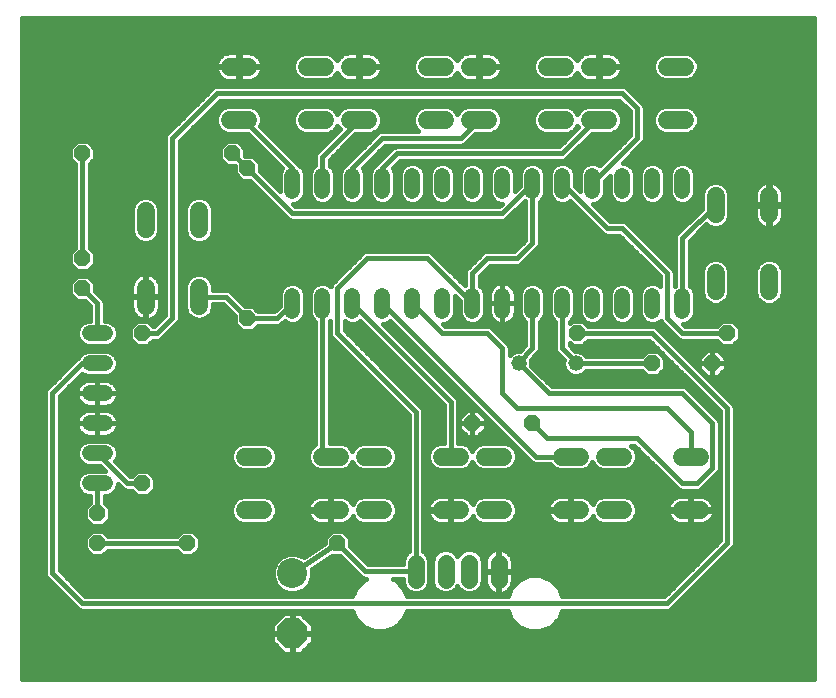
<source format=gbl>
G75*
%MOIN*%
%OFA0B0*%
%FSLAX25Y25*%
%IPPOS*%
%LPD*%
%AMOC8*
5,1,8,0,0,1.08239X$1,22.5*
%
%ADD10OC8,0.05200*%
%ADD11C,0.05200*%
%ADD12C,0.05200*%
%ADD13C,0.06000*%
%ADD14C,0.05740*%
%ADD15C,0.10000*%
%ADD16OC8,0.10000*%
%ADD17C,0.01600*%
D10*
X0031000Y0061618D03*
X0031000Y0071618D03*
X0046000Y0081618D03*
X0061000Y0061618D03*
X0111000Y0061618D03*
X0156000Y0101618D03*
X0176000Y0101618D03*
X0191000Y0131618D03*
X0216000Y0121618D03*
X0236000Y0121618D03*
X0241000Y0131618D03*
X0081000Y0136618D03*
X0046000Y0131618D03*
X0026000Y0146618D03*
X0026000Y0156618D03*
X0026000Y0191618D03*
X0076000Y0191618D03*
X0081000Y0186618D03*
D11*
X0096000Y0184218D02*
X0096000Y0179018D01*
X0106000Y0179018D02*
X0106000Y0184218D01*
X0116000Y0184218D02*
X0116000Y0179018D01*
X0126000Y0179018D02*
X0126000Y0184218D01*
X0136000Y0184218D02*
X0136000Y0179018D01*
X0146000Y0179018D02*
X0146000Y0184218D01*
X0156000Y0184218D02*
X0156000Y0179018D01*
X0166000Y0179018D02*
X0166000Y0184218D01*
X0176000Y0184218D02*
X0176000Y0179018D01*
X0186000Y0179018D02*
X0186000Y0184218D01*
X0196000Y0184218D02*
X0196000Y0179018D01*
X0206000Y0179018D02*
X0206000Y0184218D01*
X0216000Y0184218D02*
X0216000Y0179018D01*
X0226000Y0179018D02*
X0226000Y0184218D01*
X0226000Y0144218D02*
X0226000Y0139018D01*
X0216000Y0139018D02*
X0216000Y0144218D01*
X0206000Y0144218D02*
X0206000Y0139018D01*
X0196000Y0139018D02*
X0196000Y0144218D01*
X0186000Y0144218D02*
X0186000Y0139018D01*
X0176000Y0139018D02*
X0176000Y0144218D01*
X0166000Y0144218D02*
X0166000Y0139018D01*
X0156000Y0139018D02*
X0156000Y0144218D01*
X0146000Y0144218D02*
X0146000Y0139018D01*
X0136000Y0139018D02*
X0136000Y0144218D01*
X0126000Y0144218D02*
X0126000Y0139018D01*
X0116000Y0139018D02*
X0116000Y0144218D01*
X0106000Y0144218D02*
X0106000Y0139018D01*
X0096000Y0139018D02*
X0096000Y0144218D01*
X0033600Y0131618D02*
X0028400Y0131618D01*
X0028400Y0121618D02*
X0033600Y0121618D01*
X0033600Y0111618D02*
X0028400Y0111618D01*
X0028400Y0101618D02*
X0033600Y0101618D01*
X0033600Y0091618D02*
X0028400Y0091618D01*
X0028400Y0081618D02*
X0033600Y0081618D01*
D12*
X0171500Y0121618D03*
X0190500Y0121618D03*
D13*
X0191800Y0090518D02*
X0185800Y0090518D01*
X0200200Y0090518D02*
X0206200Y0090518D01*
X0225800Y0090518D02*
X0231800Y0090518D01*
X0231800Y0072718D02*
X0225800Y0072718D01*
X0206200Y0072718D02*
X0200200Y0072718D01*
X0191800Y0072718D02*
X0185800Y0072718D01*
X0166200Y0072718D02*
X0160200Y0072718D01*
X0151800Y0072718D02*
X0145800Y0072718D01*
X0126200Y0072718D02*
X0120200Y0072718D01*
X0111800Y0072718D02*
X0105800Y0072718D01*
X0086200Y0072718D02*
X0080200Y0072718D01*
X0080200Y0090518D02*
X0086200Y0090518D01*
X0105800Y0090518D02*
X0111800Y0090518D01*
X0120200Y0090518D02*
X0126200Y0090518D01*
X0145800Y0090518D02*
X0151800Y0090518D01*
X0160200Y0090518D02*
X0166200Y0090518D01*
X0237100Y0145818D02*
X0237100Y0151818D01*
X0254900Y0151818D02*
X0254900Y0145818D01*
X0254900Y0171418D02*
X0254900Y0177418D01*
X0237100Y0177418D02*
X0237100Y0171418D01*
X0226800Y0202718D02*
X0220800Y0202718D01*
X0220800Y0220518D02*
X0226800Y0220518D01*
X0201200Y0220518D02*
X0195200Y0220518D01*
X0186800Y0220518D02*
X0180800Y0220518D01*
X0180800Y0202718D02*
X0186800Y0202718D01*
X0195200Y0202718D02*
X0201200Y0202718D01*
X0161200Y0202718D02*
X0155200Y0202718D01*
X0146800Y0202718D02*
X0140800Y0202718D01*
X0140800Y0220518D02*
X0146800Y0220518D01*
X0155200Y0220518D02*
X0161200Y0220518D01*
X0121200Y0220518D02*
X0115200Y0220518D01*
X0106800Y0220518D02*
X0100800Y0220518D01*
X0100800Y0202718D02*
X0106800Y0202718D01*
X0115200Y0202718D02*
X0121200Y0202718D01*
X0081200Y0202718D02*
X0075200Y0202718D01*
X0075200Y0220518D02*
X0081200Y0220518D01*
X0064900Y0172418D02*
X0064900Y0166418D01*
X0047100Y0166418D02*
X0047100Y0172418D01*
X0047100Y0146818D02*
X0047100Y0140818D01*
X0064900Y0140818D02*
X0064900Y0146818D01*
D14*
X0137220Y0055157D02*
X0137220Y0049417D01*
X0147063Y0049417D02*
X0147063Y0055157D01*
X0154937Y0055157D02*
X0154937Y0049417D01*
X0164780Y0049417D02*
X0164780Y0055157D01*
D15*
X0096000Y0051618D03*
D16*
X0096000Y0031618D03*
D17*
X0006000Y0016418D02*
X0269901Y0016418D01*
X0269901Y0236618D01*
X0006000Y0236618D01*
X0006000Y0016418D01*
X0006000Y0018012D02*
X0269901Y0018012D01*
X0269901Y0019611D02*
X0006000Y0019611D01*
X0006000Y0021209D02*
X0269901Y0021209D01*
X0269901Y0022808D02*
X0006000Y0022808D01*
X0006000Y0024406D02*
X0269901Y0024406D01*
X0269901Y0026005D02*
X0100003Y0026005D01*
X0098817Y0024818D02*
X0102800Y0028801D01*
X0102800Y0031418D01*
X0096200Y0031418D01*
X0096200Y0024818D01*
X0098817Y0024818D01*
X0096200Y0026005D02*
X0095800Y0026005D01*
X0095800Y0024818D02*
X0095800Y0031418D01*
X0096200Y0031418D01*
X0096200Y0031818D01*
X0102800Y0031818D01*
X0102800Y0034435D01*
X0098817Y0038418D01*
X0096200Y0038418D01*
X0096200Y0031818D01*
X0095800Y0031818D01*
X0095800Y0031418D01*
X0089200Y0031418D01*
X0089200Y0028801D01*
X0093183Y0024818D01*
X0095800Y0024818D01*
X0095800Y0027603D02*
X0096200Y0027603D01*
X0096200Y0029202D02*
X0095800Y0029202D01*
X0095800Y0030800D02*
X0096200Y0030800D01*
X0095800Y0031818D02*
X0089200Y0031818D01*
X0089200Y0034435D01*
X0093183Y0038418D01*
X0095800Y0038418D01*
X0095800Y0031818D01*
X0095800Y0032399D02*
X0096200Y0032399D01*
X0096200Y0033997D02*
X0095800Y0033997D01*
X0095800Y0035596D02*
X0096200Y0035596D01*
X0096200Y0037194D02*
X0095800Y0037194D01*
X0091960Y0037194D02*
X0006000Y0037194D01*
X0006000Y0035596D02*
X0090361Y0035596D01*
X0089200Y0033997D02*
X0006000Y0033997D01*
X0006000Y0032399D02*
X0089200Y0032399D01*
X0089200Y0030800D02*
X0006000Y0030800D01*
X0006000Y0029202D02*
X0089200Y0029202D01*
X0090398Y0027603D02*
X0006000Y0027603D01*
X0006000Y0026005D02*
X0091997Y0026005D01*
X0101602Y0027603D02*
X0269901Y0027603D01*
X0269901Y0029202D02*
X0102800Y0029202D01*
X0102800Y0030800D02*
X0269901Y0030800D01*
X0269901Y0032399D02*
X0178983Y0032399D01*
X0178722Y0032291D02*
X0182150Y0033711D01*
X0184774Y0036334D01*
X0185968Y0039218D01*
X0221477Y0039218D01*
X0222359Y0039583D01*
X0223035Y0040259D01*
X0242359Y0059583D01*
X0243035Y0060259D01*
X0243400Y0061141D01*
X0243400Y0107095D01*
X0243035Y0107978D01*
X0218035Y0132978D01*
X0217359Y0133653D01*
X0216477Y0134018D01*
X0194540Y0134018D01*
X0192740Y0135818D01*
X0189260Y0135818D01*
X0188400Y0134958D01*
X0188400Y0135478D01*
X0189561Y0136639D01*
X0190200Y0138183D01*
X0190200Y0145054D01*
X0189561Y0146597D01*
X0188379Y0147779D01*
X0186835Y0148418D01*
X0185165Y0148418D01*
X0183621Y0147779D01*
X0182439Y0146597D01*
X0181800Y0145054D01*
X0181800Y0138183D01*
X0182439Y0136639D01*
X0183600Y0135478D01*
X0183600Y0126141D01*
X0183965Y0125259D01*
X0184641Y0124583D01*
X0186438Y0122786D01*
X0186300Y0122454D01*
X0186300Y0120783D01*
X0186939Y0119239D01*
X0188121Y0118058D01*
X0189665Y0117418D01*
X0191335Y0117418D01*
X0192879Y0118058D01*
X0194040Y0119218D01*
X0212460Y0119218D01*
X0214260Y0117418D01*
X0217740Y0117418D01*
X0220200Y0119878D01*
X0220200Y0123358D01*
X0217740Y0125818D01*
X0214260Y0125818D01*
X0212460Y0124018D01*
X0194040Y0124018D01*
X0192879Y0125179D01*
X0191335Y0125818D01*
X0190194Y0125818D01*
X0188400Y0127612D01*
X0188400Y0128278D01*
X0189260Y0127418D01*
X0192740Y0127418D01*
X0194540Y0129218D01*
X0215006Y0129218D01*
X0238600Y0105624D01*
X0238600Y0062612D01*
X0220006Y0044018D01*
X0185968Y0044018D01*
X0184774Y0046902D01*
X0182150Y0049526D01*
X0178722Y0050946D01*
X0175011Y0050946D01*
X0171582Y0049526D01*
X0168959Y0046902D01*
X0167764Y0044018D01*
X0134236Y0044018D01*
X0133041Y0046902D01*
X0130417Y0049526D01*
X0129544Y0049887D01*
X0132750Y0049887D01*
X0132750Y0048528D01*
X0133431Y0046885D01*
X0134688Y0045628D01*
X0136331Y0044947D01*
X0138110Y0044947D01*
X0139753Y0045628D01*
X0141010Y0046885D01*
X0141691Y0048528D01*
X0141691Y0056047D01*
X0141010Y0057690D01*
X0139753Y0058947D01*
X0139620Y0059002D01*
X0139620Y0105875D01*
X0139255Y0106757D01*
X0113400Y0132612D01*
X0113400Y0135678D01*
X0113621Y0135458D01*
X0115165Y0134818D01*
X0116835Y0134818D01*
X0118379Y0135458D01*
X0118573Y0135651D01*
X0146400Y0107824D01*
X0146400Y0095118D01*
X0144885Y0095118D01*
X0143194Y0094418D01*
X0141900Y0093124D01*
X0141200Y0091433D01*
X0141200Y0089603D01*
X0141900Y0087912D01*
X0143194Y0086618D01*
X0144885Y0085918D01*
X0152715Y0085918D01*
X0154406Y0086618D01*
X0155700Y0087912D01*
X0156000Y0088637D01*
X0156300Y0087912D01*
X0157594Y0086618D01*
X0159285Y0085918D01*
X0167115Y0085918D01*
X0168806Y0086618D01*
X0170100Y0087912D01*
X0170800Y0089603D01*
X0170800Y0091433D01*
X0170100Y0093124D01*
X0168806Y0094418D01*
X0167115Y0095118D01*
X0159285Y0095118D01*
X0157594Y0094418D01*
X0156300Y0093124D01*
X0156000Y0092399D01*
X0155700Y0093124D01*
X0154406Y0094418D01*
X0152715Y0095118D01*
X0151200Y0095118D01*
X0151200Y0109295D01*
X0150835Y0110178D01*
X0126194Y0134818D01*
X0126835Y0134818D01*
X0128379Y0135458D01*
X0128573Y0135651D01*
X0175065Y0089159D01*
X0175065Y0089159D01*
X0175741Y0088483D01*
X0176623Y0088118D01*
X0181815Y0088118D01*
X0181900Y0087912D01*
X0183194Y0086618D01*
X0184885Y0085918D01*
X0192715Y0085918D01*
X0194406Y0086618D01*
X0195700Y0087912D01*
X0196000Y0088637D01*
X0196300Y0087912D01*
X0197594Y0086618D01*
X0199285Y0085918D01*
X0207115Y0085918D01*
X0208806Y0086618D01*
X0210100Y0087912D01*
X0210800Y0089603D01*
X0210800Y0091433D01*
X0210100Y0093124D01*
X0209005Y0094218D01*
X0210006Y0094218D01*
X0223965Y0080259D01*
X0224641Y0079583D01*
X0225523Y0079218D01*
X0231477Y0079218D01*
X0232359Y0079583D01*
X0237359Y0084583D01*
X0238035Y0085259D01*
X0238400Y0086141D01*
X0238400Y0102095D01*
X0238035Y0102978D01*
X0228035Y0112978D01*
X0227359Y0113653D01*
X0226477Y0114018D01*
X0182494Y0114018D01*
X0175700Y0120812D01*
X0175700Y0122454D01*
X0175562Y0122786D01*
X0177359Y0124583D01*
X0178035Y0125259D01*
X0178400Y0126141D01*
X0178400Y0135478D01*
X0179561Y0136639D01*
X0180200Y0138183D01*
X0180200Y0145054D01*
X0179561Y0146597D01*
X0178379Y0147779D01*
X0176835Y0148418D01*
X0175165Y0148418D01*
X0173621Y0147779D01*
X0172439Y0146597D01*
X0171800Y0145054D01*
X0171800Y0138183D01*
X0172439Y0136639D01*
X0173600Y0135478D01*
X0173600Y0127612D01*
X0171806Y0125818D01*
X0170665Y0125818D01*
X0169121Y0125179D01*
X0168400Y0124458D01*
X0168400Y0127095D01*
X0168035Y0127978D01*
X0163035Y0132978D01*
X0162359Y0133653D01*
X0161477Y0134018D01*
X0146994Y0134018D01*
X0146194Y0134818D01*
X0146835Y0134818D01*
X0148379Y0135458D01*
X0149561Y0136639D01*
X0150200Y0138183D01*
X0150200Y0144024D01*
X0151800Y0142424D01*
X0151800Y0138183D01*
X0152439Y0136639D01*
X0153621Y0135458D01*
X0155165Y0134818D01*
X0156835Y0134818D01*
X0158379Y0135458D01*
X0159561Y0136639D01*
X0160200Y0138183D01*
X0160200Y0145054D01*
X0159561Y0146597D01*
X0158400Y0147758D01*
X0158400Y0150624D01*
X0161994Y0154218D01*
X0171477Y0154218D01*
X0172359Y0154583D01*
X0173035Y0155259D01*
X0178035Y0160259D01*
X0178400Y0161141D01*
X0178400Y0175478D01*
X0179561Y0176639D01*
X0180200Y0178183D01*
X0180200Y0185054D01*
X0179561Y0186597D01*
X0178379Y0187779D01*
X0176835Y0188418D01*
X0175165Y0188418D01*
X0173621Y0187779D01*
X0172439Y0186597D01*
X0171800Y0185054D01*
X0171800Y0180812D01*
X0170200Y0179212D01*
X0170200Y0185054D01*
X0169561Y0186597D01*
X0168379Y0187779D01*
X0166835Y0188418D01*
X0165165Y0188418D01*
X0163621Y0187779D01*
X0162439Y0186597D01*
X0161800Y0185054D01*
X0161800Y0178183D01*
X0162439Y0176639D01*
X0163621Y0175458D01*
X0165165Y0174818D01*
X0165806Y0174818D01*
X0165006Y0174018D01*
X0096994Y0174018D01*
X0096194Y0174818D01*
X0096835Y0174818D01*
X0098379Y0175458D01*
X0099561Y0176639D01*
X0100200Y0178183D01*
X0100200Y0185054D01*
X0099561Y0186597D01*
X0098379Y0187779D01*
X0098063Y0187910D01*
X0098035Y0187978D01*
X0097359Y0188653D01*
X0085334Y0200678D01*
X0085800Y0201803D01*
X0085800Y0203633D01*
X0085100Y0205324D01*
X0083806Y0206618D01*
X0082115Y0207318D01*
X0074285Y0207318D01*
X0072594Y0206618D01*
X0071300Y0205324D01*
X0070600Y0203633D01*
X0070600Y0201803D01*
X0071300Y0200112D01*
X0072594Y0198818D01*
X0074285Y0198118D01*
X0081106Y0198118D01*
X0092533Y0186691D01*
X0092439Y0186597D01*
X0091800Y0185054D01*
X0091800Y0179212D01*
X0085200Y0185812D01*
X0085200Y0188358D01*
X0082740Y0190818D01*
X0080200Y0190818D01*
X0080200Y0193358D01*
X0077740Y0195818D01*
X0074260Y0195818D01*
X0071800Y0193358D01*
X0071800Y0189878D01*
X0074260Y0187418D01*
X0076800Y0187418D01*
X0076800Y0184878D01*
X0079260Y0182418D01*
X0081806Y0182418D01*
X0093965Y0170259D01*
X0094641Y0169583D01*
X0095523Y0169218D01*
X0166477Y0169218D01*
X0167359Y0169583D01*
X0173427Y0175651D01*
X0173600Y0175478D01*
X0173600Y0162612D01*
X0170006Y0159018D01*
X0160523Y0159018D01*
X0159641Y0158653D01*
X0158965Y0157978D01*
X0158965Y0157978D01*
X0154641Y0153653D01*
X0154641Y0153653D01*
X0153965Y0152978D01*
X0153600Y0152095D01*
X0153600Y0147758D01*
X0153427Y0147585D01*
X0142359Y0158653D01*
X0141477Y0159018D01*
X0120523Y0159018D01*
X0119641Y0158653D01*
X0118965Y0157978D01*
X0108965Y0147978D01*
X0108735Y0147422D01*
X0108379Y0147779D01*
X0106835Y0148418D01*
X0105165Y0148418D01*
X0103621Y0147779D01*
X0102439Y0146597D01*
X0101800Y0145054D01*
X0101800Y0138183D01*
X0102439Y0136639D01*
X0103600Y0135478D01*
X0103600Y0094586D01*
X0103194Y0094418D01*
X0101900Y0093124D01*
X0101200Y0091433D01*
X0101200Y0089603D01*
X0101900Y0087912D01*
X0103194Y0086618D01*
X0104885Y0085918D01*
X0112715Y0085918D01*
X0114406Y0086618D01*
X0115700Y0087912D01*
X0116000Y0088637D01*
X0116300Y0087912D01*
X0117594Y0086618D01*
X0119285Y0085918D01*
X0127115Y0085918D01*
X0128806Y0086618D01*
X0130100Y0087912D01*
X0130800Y0089603D01*
X0130800Y0091433D01*
X0130100Y0093124D01*
X0128806Y0094418D01*
X0127115Y0095118D01*
X0119285Y0095118D01*
X0117594Y0094418D01*
X0116300Y0093124D01*
X0116000Y0092399D01*
X0115700Y0093124D01*
X0114406Y0094418D01*
X0112715Y0095118D01*
X0108400Y0095118D01*
X0108400Y0135478D01*
X0108600Y0135678D01*
X0108600Y0131141D01*
X0108965Y0130259D01*
X0109641Y0129583D01*
X0134820Y0104404D01*
X0134820Y0059002D01*
X0134688Y0058947D01*
X0133431Y0057690D01*
X0132750Y0056047D01*
X0132750Y0054687D01*
X0121325Y0054687D01*
X0115200Y0060812D01*
X0115200Y0063358D01*
X0112740Y0065818D01*
X0109260Y0065818D01*
X0106800Y0063358D01*
X0106800Y0061703D01*
X0099870Y0057082D01*
X0099739Y0057213D01*
X0097313Y0058218D01*
X0094687Y0058218D01*
X0092261Y0057213D01*
X0090405Y0055357D01*
X0089400Y0052931D01*
X0089400Y0050305D01*
X0090405Y0047880D01*
X0092261Y0046023D01*
X0094687Y0045018D01*
X0097313Y0045018D01*
X0099739Y0046023D01*
X0101595Y0047880D01*
X0102600Y0050305D01*
X0102600Y0052931D01*
X0102534Y0053090D01*
X0109167Y0057512D01*
X0109260Y0057418D01*
X0111806Y0057418D01*
X0118971Y0050253D01*
X0119853Y0049887D01*
X0120724Y0049887D01*
X0119850Y0049526D01*
X0117226Y0046902D01*
X0116032Y0044018D01*
X0026994Y0044018D01*
X0018400Y0052612D01*
X0018400Y0110624D01*
X0025927Y0118151D01*
X0026021Y0118058D01*
X0027565Y0117418D01*
X0034435Y0117418D01*
X0035979Y0118058D01*
X0037161Y0119239D01*
X0037800Y0120783D01*
X0037800Y0122454D01*
X0037161Y0123997D01*
X0035979Y0125179D01*
X0034435Y0125818D01*
X0027565Y0125818D01*
X0026021Y0125179D01*
X0024839Y0123997D01*
X0024708Y0123681D01*
X0024641Y0123653D01*
X0014641Y0113653D01*
X0013965Y0112978D01*
X0013600Y0112095D01*
X0013600Y0051141D01*
X0013965Y0050259D01*
X0023965Y0040259D01*
X0024641Y0039583D01*
X0025523Y0039218D01*
X0116032Y0039218D01*
X0117226Y0036334D01*
X0119850Y0033711D01*
X0123278Y0032291D01*
X0126989Y0032291D01*
X0130417Y0033711D01*
X0133041Y0036334D01*
X0134236Y0039218D01*
X0167764Y0039218D01*
X0168959Y0036334D01*
X0171582Y0033711D01*
X0175011Y0032291D01*
X0178722Y0032291D01*
X0174750Y0032399D02*
X0127250Y0032399D01*
X0130704Y0033997D02*
X0171296Y0033997D01*
X0169697Y0035596D02*
X0132303Y0035596D01*
X0133398Y0037194D02*
X0168602Y0037194D01*
X0167940Y0038793D02*
X0134060Y0038793D01*
X0133752Y0045187D02*
X0135753Y0045187D01*
X0133531Y0046785D02*
X0133090Y0046785D01*
X0132810Y0048384D02*
X0131559Y0048384D01*
X0137220Y0052287D02*
X0137220Y0105398D01*
X0111000Y0131618D01*
X0111000Y0146618D01*
X0121000Y0156618D01*
X0141000Y0156618D01*
X0156000Y0141618D01*
X0156000Y0151618D01*
X0161000Y0156618D01*
X0171000Y0156618D01*
X0176000Y0161618D01*
X0176000Y0181618D01*
X0166000Y0171618D01*
X0096000Y0171618D01*
X0081000Y0186618D01*
X0076000Y0191618D01*
X0072626Y0189053D02*
X0058400Y0189053D01*
X0058400Y0190651D02*
X0071800Y0190651D01*
X0071800Y0192250D02*
X0058400Y0192250D01*
X0058400Y0193848D02*
X0072291Y0193848D01*
X0073889Y0195447D02*
X0058400Y0195447D01*
X0058400Y0195624D02*
X0071994Y0209218D01*
X0205006Y0209218D01*
X0208600Y0205624D01*
X0208600Y0197612D01*
X0198573Y0187585D01*
X0198379Y0187779D01*
X0196835Y0188418D01*
X0195165Y0188418D01*
X0193621Y0187779D01*
X0192439Y0186597D01*
X0191800Y0185054D01*
X0191800Y0179212D01*
X0190200Y0180812D01*
X0190200Y0185054D01*
X0189561Y0186597D01*
X0188379Y0187779D01*
X0186835Y0188418D01*
X0185165Y0188418D01*
X0183621Y0187779D01*
X0182439Y0186597D01*
X0181800Y0185054D01*
X0181800Y0178183D01*
X0182439Y0176639D01*
X0183621Y0175458D01*
X0185165Y0174818D01*
X0186835Y0174818D01*
X0188379Y0175458D01*
X0188573Y0175651D01*
X0199641Y0164583D01*
X0200523Y0164218D01*
X0205006Y0164218D01*
X0218600Y0150624D01*
X0218600Y0147558D01*
X0218379Y0147779D01*
X0216835Y0148418D01*
X0215165Y0148418D01*
X0213621Y0147779D01*
X0212439Y0146597D01*
X0211800Y0145054D01*
X0211800Y0138183D01*
X0212439Y0136639D01*
X0213621Y0135458D01*
X0215165Y0134818D01*
X0216835Y0134818D01*
X0218379Y0135458D01*
X0218735Y0135814D01*
X0218965Y0135259D01*
X0219641Y0134583D01*
X0224641Y0129583D01*
X0225523Y0129218D01*
X0237460Y0129218D01*
X0239260Y0127418D01*
X0242740Y0127418D01*
X0245200Y0129878D01*
X0245200Y0133358D01*
X0242740Y0135818D01*
X0239260Y0135818D01*
X0237460Y0134018D01*
X0226994Y0134018D01*
X0226194Y0134818D01*
X0226835Y0134818D01*
X0228379Y0135458D01*
X0229561Y0136639D01*
X0230200Y0138183D01*
X0230200Y0145054D01*
X0229561Y0146597D01*
X0228400Y0147758D01*
X0228400Y0162324D01*
X0234044Y0167968D01*
X0234494Y0167518D01*
X0236185Y0166818D01*
X0238015Y0166818D01*
X0239706Y0167518D01*
X0241000Y0168812D01*
X0241700Y0170503D01*
X0241700Y0178333D01*
X0241000Y0180024D01*
X0239706Y0181318D01*
X0238015Y0182018D01*
X0236185Y0182018D01*
X0234494Y0181318D01*
X0233200Y0180024D01*
X0232500Y0178333D01*
X0232500Y0173212D01*
X0223965Y0164678D01*
X0223600Y0163795D01*
X0223600Y0147758D01*
X0223400Y0147558D01*
X0223400Y0152095D01*
X0223035Y0152978D01*
X0208035Y0167978D01*
X0207359Y0168653D01*
X0206477Y0169018D01*
X0201994Y0169018D01*
X0196194Y0174818D01*
X0196835Y0174818D01*
X0198379Y0175458D01*
X0199561Y0176639D01*
X0200200Y0178183D01*
X0200200Y0182424D01*
X0201800Y0184024D01*
X0201800Y0178183D01*
X0202439Y0176639D01*
X0203621Y0175458D01*
X0205165Y0174818D01*
X0206835Y0174818D01*
X0208379Y0175458D01*
X0209561Y0176639D01*
X0210200Y0178183D01*
X0210200Y0185054D01*
X0209561Y0186597D01*
X0208379Y0187779D01*
X0206835Y0188418D01*
X0206194Y0188418D01*
X0212359Y0194583D01*
X0213035Y0195259D01*
X0213400Y0196141D01*
X0213400Y0207095D01*
X0213035Y0207978D01*
X0208035Y0212978D01*
X0207359Y0213653D01*
X0206477Y0214018D01*
X0070523Y0214018D01*
X0069641Y0213653D01*
X0054641Y0198653D01*
X0053965Y0197978D01*
X0053600Y0197095D01*
X0053600Y0137612D01*
X0050006Y0134018D01*
X0049540Y0134018D01*
X0047740Y0135818D01*
X0044260Y0135818D01*
X0041800Y0133358D01*
X0041800Y0129878D01*
X0044260Y0127418D01*
X0047740Y0127418D01*
X0049540Y0129218D01*
X0051477Y0129218D01*
X0052359Y0129583D01*
X0053035Y0130259D01*
X0058035Y0135259D01*
X0058400Y0136141D01*
X0058400Y0195624D01*
X0059821Y0197045D02*
X0082179Y0197045D01*
X0083777Y0195447D02*
X0078111Y0195447D01*
X0079709Y0193848D02*
X0085376Y0193848D01*
X0086974Y0192250D02*
X0080200Y0192250D01*
X0082906Y0190651D02*
X0088573Y0190651D01*
X0090171Y0189053D02*
X0084505Y0189053D01*
X0085200Y0187454D02*
X0091770Y0187454D01*
X0092132Y0185856D02*
X0085200Y0185856D01*
X0086755Y0184257D02*
X0091800Y0184257D01*
X0091800Y0182659D02*
X0088353Y0182659D01*
X0089952Y0181060D02*
X0091800Y0181060D01*
X0091800Y0179462D02*
X0091550Y0179462D01*
X0096000Y0181618D02*
X0096000Y0186618D01*
X0079900Y0202718D01*
X0078200Y0202718D01*
X0073016Y0198644D02*
X0061420Y0198644D01*
X0063018Y0200242D02*
X0071246Y0200242D01*
X0070600Y0201841D02*
X0064617Y0201841D01*
X0066215Y0203439D02*
X0070600Y0203439D01*
X0071182Y0205038D02*
X0067814Y0205038D01*
X0069412Y0206636D02*
X0072639Y0206636D01*
X0071011Y0208235D02*
X0205989Y0208235D01*
X0207587Y0206636D02*
X0203761Y0206636D01*
X0203806Y0206618D02*
X0202115Y0207318D01*
X0194285Y0207318D01*
X0192594Y0206618D01*
X0191300Y0205324D01*
X0191000Y0204599D01*
X0190700Y0205324D01*
X0189406Y0206618D01*
X0187715Y0207318D01*
X0179885Y0207318D01*
X0178194Y0206618D01*
X0176900Y0205324D01*
X0176200Y0203633D01*
X0176200Y0201803D01*
X0176900Y0200112D01*
X0178194Y0198818D01*
X0179885Y0198118D01*
X0187715Y0198118D01*
X0189406Y0198818D01*
X0190700Y0200112D01*
X0191000Y0200837D01*
X0191242Y0200254D01*
X0185006Y0194018D01*
X0130523Y0194018D01*
X0129641Y0193653D01*
X0128965Y0192978D01*
X0123965Y0187978D01*
X0123937Y0187910D01*
X0123621Y0187779D01*
X0122439Y0186597D01*
X0121800Y0185054D01*
X0121800Y0178183D01*
X0122439Y0176639D01*
X0123621Y0175458D01*
X0125165Y0174818D01*
X0126835Y0174818D01*
X0128379Y0175458D01*
X0129561Y0176639D01*
X0130200Y0178183D01*
X0130200Y0185054D01*
X0129561Y0186597D01*
X0129467Y0186691D01*
X0131994Y0189218D01*
X0186477Y0189218D01*
X0187359Y0189583D01*
X0195894Y0198118D01*
X0202115Y0198118D01*
X0203806Y0198818D01*
X0205100Y0200112D01*
X0205800Y0201803D01*
X0205800Y0203633D01*
X0205100Y0205324D01*
X0203806Y0206618D01*
X0205218Y0205038D02*
X0208600Y0205038D01*
X0208600Y0203439D02*
X0205800Y0203439D01*
X0205800Y0201841D02*
X0208600Y0201841D01*
X0208600Y0200242D02*
X0205154Y0200242D01*
X0203384Y0198644D02*
X0208600Y0198644D01*
X0208033Y0197045D02*
X0194821Y0197045D01*
X0193223Y0195447D02*
X0206435Y0195447D01*
X0204836Y0193848D02*
X0191624Y0193848D01*
X0190026Y0192250D02*
X0203238Y0192250D01*
X0201639Y0190651D02*
X0188427Y0190651D01*
X0186000Y0191618D02*
X0196000Y0201618D01*
X0197100Y0201618D01*
X0198200Y0202718D01*
X0192639Y0206636D02*
X0189361Y0206636D01*
X0190818Y0205038D02*
X0191182Y0205038D01*
X0191230Y0200242D02*
X0190754Y0200242D01*
X0189632Y0198644D02*
X0188984Y0198644D01*
X0188033Y0197045D02*
X0155921Y0197045D01*
X0156994Y0198118D02*
X0162115Y0198118D01*
X0163806Y0198818D01*
X0165100Y0200112D01*
X0165800Y0201803D01*
X0165800Y0203633D01*
X0165100Y0205324D01*
X0163806Y0206618D01*
X0162115Y0207318D01*
X0154285Y0207318D01*
X0152594Y0206618D01*
X0151300Y0205324D01*
X0151000Y0204599D01*
X0150700Y0205324D01*
X0149406Y0206618D01*
X0147715Y0207318D01*
X0139885Y0207318D01*
X0138194Y0206618D01*
X0136900Y0205324D01*
X0136200Y0203633D01*
X0136200Y0201803D01*
X0136900Y0200112D01*
X0137995Y0199018D01*
X0125523Y0199018D01*
X0124641Y0198653D01*
X0123965Y0197978D01*
X0113965Y0187978D01*
X0113937Y0187910D01*
X0113621Y0187779D01*
X0112439Y0186597D01*
X0111800Y0185054D01*
X0111800Y0178183D01*
X0112439Y0176639D01*
X0113621Y0175458D01*
X0115165Y0174818D01*
X0116835Y0174818D01*
X0118379Y0175458D01*
X0119561Y0176639D01*
X0120200Y0178183D01*
X0120200Y0185054D01*
X0119561Y0186597D01*
X0119467Y0186691D01*
X0126994Y0194218D01*
X0152577Y0194218D01*
X0153459Y0194583D01*
X0156994Y0198118D01*
X0154323Y0195447D02*
X0186435Y0195447D01*
X0186000Y0191618D02*
X0131000Y0191618D01*
X0126000Y0186618D01*
X0126000Y0181618D01*
X0121800Y0181060D02*
X0120200Y0181060D01*
X0120200Y0179462D02*
X0121800Y0179462D01*
X0121932Y0177863D02*
X0120068Y0177863D01*
X0119186Y0176265D02*
X0122814Y0176265D01*
X0129186Y0176265D02*
X0132814Y0176265D01*
X0132439Y0176639D02*
X0133621Y0175458D01*
X0135165Y0174818D01*
X0136835Y0174818D01*
X0138379Y0175458D01*
X0139561Y0176639D01*
X0140200Y0178183D01*
X0140200Y0185054D01*
X0139561Y0186597D01*
X0138379Y0187779D01*
X0136835Y0188418D01*
X0135165Y0188418D01*
X0133621Y0187779D01*
X0132439Y0186597D01*
X0131800Y0185054D01*
X0131800Y0178183D01*
X0132439Y0176639D01*
X0131932Y0177863D02*
X0130068Y0177863D01*
X0130200Y0179462D02*
X0131800Y0179462D01*
X0131800Y0181060D02*
X0130200Y0181060D01*
X0130200Y0182659D02*
X0131800Y0182659D01*
X0131800Y0184257D02*
X0130200Y0184257D01*
X0129868Y0185856D02*
X0132132Y0185856D01*
X0133297Y0187454D02*
X0130230Y0187454D01*
X0131829Y0189053D02*
X0200041Y0189053D01*
X0200435Y0182659D02*
X0201800Y0182659D01*
X0201800Y0181060D02*
X0200200Y0181060D01*
X0200200Y0179462D02*
X0201800Y0179462D01*
X0201932Y0177863D02*
X0200068Y0177863D01*
X0199186Y0176265D02*
X0202814Y0176265D01*
X0199543Y0171469D02*
X0230757Y0171469D01*
X0229159Y0169871D02*
X0201141Y0169871D01*
X0197944Y0173068D02*
X0232356Y0173068D01*
X0232500Y0174666D02*
X0196346Y0174666D01*
X0192755Y0171469D02*
X0178400Y0171469D01*
X0178400Y0169871D02*
X0194353Y0169871D01*
X0195952Y0168272D02*
X0178400Y0168272D01*
X0178400Y0166674D02*
X0197550Y0166674D01*
X0199149Y0165075D02*
X0178400Y0165075D01*
X0178400Y0163477D02*
X0205747Y0163477D01*
X0207346Y0161878D02*
X0178400Y0161878D01*
X0178043Y0160280D02*
X0208944Y0160280D01*
X0210543Y0158681D02*
X0176457Y0158681D01*
X0174859Y0157083D02*
X0212141Y0157083D01*
X0213740Y0155484D02*
X0173260Y0155484D01*
X0171267Y0160280D02*
X0058400Y0160280D01*
X0058400Y0161878D02*
X0063840Y0161878D01*
X0063985Y0161818D02*
X0065815Y0161818D01*
X0067506Y0162518D01*
X0068800Y0163812D01*
X0069500Y0165503D01*
X0069500Y0173333D01*
X0068800Y0175024D01*
X0067506Y0176318D01*
X0065815Y0177018D01*
X0063985Y0177018D01*
X0062294Y0176318D01*
X0061000Y0175024D01*
X0060300Y0173333D01*
X0060300Y0165503D01*
X0061000Y0163812D01*
X0062294Y0162518D01*
X0063985Y0161818D01*
X0065960Y0161878D02*
X0172866Y0161878D01*
X0173600Y0163477D02*
X0068464Y0163477D01*
X0069323Y0165075D02*
X0173600Y0165075D01*
X0173600Y0166674D02*
X0069500Y0166674D01*
X0069500Y0168272D02*
X0173600Y0168272D01*
X0173600Y0169871D02*
X0167647Y0169871D01*
X0169245Y0171469D02*
X0173600Y0171469D01*
X0173600Y0173068D02*
X0170844Y0173068D01*
X0172442Y0174666D02*
X0173600Y0174666D01*
X0170450Y0179462D02*
X0170200Y0179462D01*
X0170200Y0181060D02*
X0171800Y0181060D01*
X0171800Y0182659D02*
X0170200Y0182659D01*
X0170200Y0184257D02*
X0171800Y0184257D01*
X0172132Y0185856D02*
X0169868Y0185856D01*
X0168703Y0187454D02*
X0173297Y0187454D01*
X0178703Y0187454D02*
X0183297Y0187454D01*
X0182132Y0185856D02*
X0179868Y0185856D01*
X0180200Y0184257D02*
X0181800Y0184257D01*
X0181800Y0182659D02*
X0180200Y0182659D01*
X0180200Y0181060D02*
X0181800Y0181060D01*
X0181800Y0179462D02*
X0180200Y0179462D01*
X0180068Y0177863D02*
X0181932Y0177863D01*
X0182814Y0176265D02*
X0179186Y0176265D01*
X0178400Y0174666D02*
X0189558Y0174666D01*
X0191156Y0173068D02*
X0178400Y0173068D01*
X0186000Y0181618D02*
X0201000Y0166618D01*
X0206000Y0166618D01*
X0221000Y0151618D01*
X0221000Y0136618D01*
X0226000Y0131618D01*
X0241000Y0131618D01*
X0245200Y0131506D02*
X0269901Y0131506D01*
X0269901Y0129908D02*
X0245200Y0129908D01*
X0243631Y0128309D02*
X0269901Y0128309D01*
X0269901Y0126711D02*
X0224301Y0126711D01*
X0222703Y0128309D02*
X0238369Y0128309D01*
X0237823Y0126018D02*
X0236000Y0126018D01*
X0236000Y0121618D01*
X0236000Y0117218D01*
X0237823Y0117218D01*
X0240400Y0119796D01*
X0240400Y0121618D01*
X0236000Y0121618D01*
X0236000Y0121618D01*
X0236000Y0117218D01*
X0234177Y0117218D01*
X0231600Y0119796D01*
X0231600Y0121618D01*
X0236000Y0121618D01*
X0236000Y0121618D01*
X0236000Y0121618D01*
X0240400Y0121618D01*
X0240400Y0123441D01*
X0237823Y0126018D01*
X0238728Y0125112D02*
X0269901Y0125112D01*
X0269901Y0123514D02*
X0240327Y0123514D01*
X0240400Y0121915D02*
X0269901Y0121915D01*
X0269901Y0120317D02*
X0240400Y0120317D01*
X0239323Y0118718D02*
X0269901Y0118718D01*
X0269901Y0117120D02*
X0233892Y0117120D01*
X0232677Y0118718D02*
X0232294Y0118718D01*
X0231600Y0120317D02*
X0230695Y0120317D01*
X0231600Y0121618D02*
X0236000Y0121618D01*
X0236000Y0126018D01*
X0234177Y0126018D01*
X0231600Y0123441D01*
X0231600Y0121618D01*
X0231600Y0121915D02*
X0229097Y0121915D01*
X0227498Y0123514D02*
X0231673Y0123514D01*
X0233272Y0125112D02*
X0225900Y0125112D01*
X0222309Y0121915D02*
X0220200Y0121915D01*
X0220200Y0120317D02*
X0223907Y0120317D01*
X0225506Y0118718D02*
X0219040Y0118718D01*
X0216000Y0121618D02*
X0190500Y0121618D01*
X0190500Y0122118D01*
X0186000Y0126618D01*
X0186000Y0141618D01*
X0190200Y0141098D02*
X0191800Y0141098D01*
X0191800Y0142696D02*
X0190200Y0142696D01*
X0190200Y0144295D02*
X0191800Y0144295D01*
X0191800Y0145054D02*
X0192439Y0146597D01*
X0193621Y0147779D01*
X0195165Y0148418D01*
X0196835Y0148418D01*
X0198379Y0147779D01*
X0199561Y0146597D01*
X0200200Y0145054D01*
X0200200Y0138183D01*
X0199561Y0136639D01*
X0198379Y0135458D01*
X0196835Y0134818D01*
X0195165Y0134818D01*
X0193621Y0135458D01*
X0192439Y0136639D01*
X0191800Y0138183D01*
X0191800Y0145054D01*
X0192148Y0145893D02*
X0189852Y0145893D01*
X0188666Y0147492D02*
X0193334Y0147492D01*
X0198666Y0147492D02*
X0203334Y0147492D01*
X0203621Y0147779D02*
X0202439Y0146597D01*
X0201800Y0145054D01*
X0201800Y0138183D01*
X0202439Y0136639D01*
X0203621Y0135458D01*
X0205165Y0134818D01*
X0206835Y0134818D01*
X0208379Y0135458D01*
X0209561Y0136639D01*
X0210200Y0138183D01*
X0210200Y0145054D01*
X0209561Y0146597D01*
X0208379Y0147779D01*
X0206835Y0148418D01*
X0205165Y0148418D01*
X0203621Y0147779D01*
X0202148Y0145893D02*
X0199852Y0145893D01*
X0200200Y0144295D02*
X0201800Y0144295D01*
X0201800Y0142696D02*
X0200200Y0142696D01*
X0200200Y0141098D02*
X0201800Y0141098D01*
X0201800Y0139499D02*
X0200200Y0139499D01*
X0200083Y0137901D02*
X0201917Y0137901D01*
X0202776Y0136302D02*
X0199224Y0136302D01*
X0193854Y0134703D02*
X0219521Y0134703D01*
X0221119Y0133105D02*
X0217907Y0133105D01*
X0218035Y0132978D02*
X0218035Y0132978D01*
X0219506Y0131506D02*
X0222718Y0131506D01*
X0224316Y0129908D02*
X0221104Y0129908D01*
X0217513Y0126711D02*
X0189301Y0126711D01*
X0192945Y0125112D02*
X0213555Y0125112D01*
X0215915Y0128309D02*
X0193631Y0128309D01*
X0191000Y0131618D02*
X0216000Y0131618D01*
X0241000Y0106618D01*
X0241000Y0061618D01*
X0221000Y0041618D01*
X0026000Y0041618D01*
X0016000Y0051618D01*
X0016000Y0111618D01*
X0026000Y0121618D01*
X0031000Y0121618D01*
X0036045Y0125112D02*
X0103600Y0125112D01*
X0103600Y0123514D02*
X0037361Y0123514D01*
X0037800Y0121915D02*
X0103600Y0121915D01*
X0103600Y0120317D02*
X0037607Y0120317D01*
X0036640Y0118718D02*
X0103600Y0118718D01*
X0103600Y0117120D02*
X0024896Y0117120D01*
X0026094Y0115381D02*
X0025534Y0114974D01*
X0025044Y0114485D01*
X0024637Y0113924D01*
X0024322Y0113307D01*
X0024108Y0112648D01*
X0024000Y0111964D01*
X0024000Y0111618D01*
X0024000Y0111272D01*
X0024108Y0110588D01*
X0024322Y0109929D01*
X0024637Y0109312D01*
X0025044Y0108752D01*
X0025534Y0108262D01*
X0026094Y0107855D01*
X0026711Y0107540D01*
X0027370Y0107326D01*
X0028054Y0107218D01*
X0031000Y0107218D01*
X0033946Y0107218D01*
X0034630Y0107326D01*
X0035289Y0107540D01*
X0035906Y0107855D01*
X0036466Y0108262D01*
X0036956Y0108752D01*
X0037363Y0109312D01*
X0037678Y0109929D01*
X0037892Y0110588D01*
X0038000Y0111272D01*
X0038000Y0111618D01*
X0031000Y0111618D01*
X0031000Y0107218D01*
X0031000Y0111618D01*
X0031000Y0111618D01*
X0031000Y0111618D01*
X0024000Y0111618D01*
X0031000Y0111618D01*
X0031000Y0111618D01*
X0038000Y0111618D01*
X0038000Y0111964D01*
X0037892Y0112648D01*
X0037678Y0113307D01*
X0037363Y0113924D01*
X0036956Y0114485D01*
X0036466Y0114974D01*
X0035906Y0115381D01*
X0035289Y0115696D01*
X0034630Y0115910D01*
X0033946Y0116018D01*
X0031000Y0116018D01*
X0031000Y0111618D01*
X0031000Y0116018D01*
X0028054Y0116018D01*
X0027370Y0115910D01*
X0026711Y0115696D01*
X0026094Y0115381D01*
X0026369Y0115521D02*
X0023297Y0115521D01*
X0024636Y0113923D02*
X0021699Y0113923D01*
X0020100Y0112324D02*
X0024057Y0112324D01*
X0024086Y0110726D02*
X0018502Y0110726D01*
X0018400Y0109127D02*
X0024771Y0109127D01*
X0026747Y0107529D02*
X0018400Y0107529D01*
X0018400Y0105930D02*
X0027499Y0105930D01*
X0027370Y0105910D02*
X0026711Y0105696D01*
X0026094Y0105381D01*
X0025534Y0104974D01*
X0025044Y0104485D01*
X0024637Y0103924D01*
X0024322Y0103307D01*
X0024108Y0102648D01*
X0024000Y0101964D01*
X0024000Y0101618D01*
X0024000Y0101272D01*
X0024108Y0100588D01*
X0024322Y0099929D01*
X0024637Y0099312D01*
X0025044Y0098752D01*
X0025534Y0098262D01*
X0026094Y0097855D01*
X0026711Y0097540D01*
X0027370Y0097326D01*
X0028054Y0097218D01*
X0031000Y0097218D01*
X0033946Y0097218D01*
X0034630Y0097326D01*
X0035289Y0097540D01*
X0035906Y0097855D01*
X0036466Y0098262D01*
X0036956Y0098752D01*
X0037363Y0099312D01*
X0037678Y0099929D01*
X0037892Y0100588D01*
X0038000Y0101272D01*
X0038000Y0101618D01*
X0031000Y0101618D01*
X0031000Y0097218D01*
X0031000Y0101618D01*
X0031000Y0101618D01*
X0031000Y0101618D01*
X0024000Y0101618D01*
X0031000Y0101618D01*
X0031000Y0101618D01*
X0038000Y0101618D01*
X0038000Y0101964D01*
X0037892Y0102648D01*
X0037678Y0103307D01*
X0037363Y0103924D01*
X0036956Y0104485D01*
X0036466Y0104974D01*
X0035906Y0105381D01*
X0035289Y0105696D01*
X0034630Y0105910D01*
X0033946Y0106018D01*
X0031000Y0106018D01*
X0031000Y0101618D01*
X0031000Y0106018D01*
X0028054Y0106018D01*
X0027370Y0105910D01*
X0024933Y0104332D02*
X0018400Y0104332D01*
X0018400Y0102733D02*
X0024136Y0102733D01*
X0024022Y0101135D02*
X0018400Y0101135D01*
X0018400Y0099536D02*
X0024523Y0099536D01*
X0025980Y0097938D02*
X0018400Y0097938D01*
X0018400Y0096339D02*
X0103600Y0096339D01*
X0103600Y0094741D02*
X0088026Y0094741D01*
X0088806Y0094418D02*
X0087115Y0095118D01*
X0079285Y0095118D01*
X0077594Y0094418D01*
X0076300Y0093124D01*
X0075600Y0091433D01*
X0075600Y0089603D01*
X0076300Y0087912D01*
X0077594Y0086618D01*
X0079285Y0085918D01*
X0087115Y0085918D01*
X0088806Y0086618D01*
X0090100Y0087912D01*
X0090800Y0089603D01*
X0090800Y0091433D01*
X0090100Y0093124D01*
X0088806Y0094418D01*
X0090081Y0093142D02*
X0101919Y0093142D01*
X0101246Y0091544D02*
X0090754Y0091544D01*
X0090800Y0089945D02*
X0101200Y0089945D01*
X0101720Y0088347D02*
X0090280Y0088347D01*
X0088935Y0086748D02*
X0103065Y0086748D01*
X0108800Y0090518D02*
X0106000Y0093318D01*
X0106000Y0141618D01*
X0101800Y0141098D02*
X0100200Y0141098D01*
X0100200Y0142696D02*
X0101800Y0142696D01*
X0101800Y0144295D02*
X0100200Y0144295D01*
X0100200Y0145054D02*
X0099561Y0146597D01*
X0098379Y0147779D01*
X0096835Y0148418D01*
X0095165Y0148418D01*
X0093621Y0147779D01*
X0092439Y0146597D01*
X0091800Y0145054D01*
X0091800Y0140812D01*
X0090006Y0139018D01*
X0084540Y0139018D01*
X0082740Y0140818D01*
X0080194Y0140818D01*
X0075159Y0145853D01*
X0074277Y0146218D01*
X0069500Y0146218D01*
X0069500Y0147733D01*
X0068800Y0149424D01*
X0067506Y0150718D01*
X0065815Y0151418D01*
X0063985Y0151418D01*
X0062294Y0150718D01*
X0061000Y0149424D01*
X0060300Y0147733D01*
X0060300Y0139903D01*
X0061000Y0138212D01*
X0062294Y0136918D01*
X0063985Y0136218D01*
X0065815Y0136218D01*
X0067506Y0136918D01*
X0068800Y0138212D01*
X0069500Y0139903D01*
X0069500Y0141418D01*
X0072806Y0141418D01*
X0076800Y0137424D01*
X0076800Y0134878D01*
X0079260Y0132418D01*
X0082740Y0132418D01*
X0084540Y0134218D01*
X0091477Y0134218D01*
X0092359Y0134583D01*
X0093427Y0135651D01*
X0093621Y0135458D01*
X0095165Y0134818D01*
X0096835Y0134818D01*
X0098379Y0135458D01*
X0099561Y0136639D01*
X0100200Y0138183D01*
X0100200Y0145054D01*
X0099852Y0145893D02*
X0102148Y0145893D01*
X0103334Y0147492D02*
X0098666Y0147492D01*
X0093334Y0147492D02*
X0069500Y0147492D01*
X0068938Y0149090D02*
X0110078Y0149090D01*
X0108764Y0147492D02*
X0108666Y0147492D01*
X0111676Y0150689D02*
X0067535Y0150689D01*
X0062265Y0150689D02*
X0058400Y0150689D01*
X0058400Y0152287D02*
X0113275Y0152287D01*
X0114873Y0153886D02*
X0058400Y0153886D01*
X0058400Y0155484D02*
X0116472Y0155484D01*
X0118070Y0157083D02*
X0058400Y0157083D01*
X0058400Y0158681D02*
X0119709Y0158681D01*
X0116000Y0141618D02*
X0148800Y0108818D01*
X0148800Y0090518D01*
X0151200Y0096339D02*
X0167885Y0096339D01*
X0168026Y0094741D02*
X0169483Y0094741D01*
X0170081Y0093142D02*
X0171082Y0093142D01*
X0170754Y0091544D02*
X0172680Y0091544D01*
X0174279Y0089945D02*
X0170800Y0089945D01*
X0170280Y0088347D02*
X0176071Y0088347D01*
X0177100Y0090518D02*
X0126000Y0141618D01*
X0126309Y0134703D02*
X0129521Y0134703D01*
X0131119Y0133105D02*
X0127907Y0133105D01*
X0129506Y0131506D02*
X0132718Y0131506D01*
X0134316Y0129908D02*
X0131104Y0129908D01*
X0132703Y0128309D02*
X0135915Y0128309D01*
X0137513Y0126711D02*
X0134301Y0126711D01*
X0135900Y0125112D02*
X0139112Y0125112D01*
X0140710Y0123514D02*
X0137498Y0123514D01*
X0139097Y0121915D02*
X0142309Y0121915D01*
X0143907Y0120317D02*
X0140695Y0120317D01*
X0142294Y0118718D02*
X0145506Y0118718D01*
X0147104Y0117120D02*
X0143892Y0117120D01*
X0145491Y0115521D02*
X0148703Y0115521D01*
X0150301Y0113923D02*
X0147089Y0113923D01*
X0148688Y0112324D02*
X0151900Y0112324D01*
X0153498Y0110726D02*
X0150286Y0110726D01*
X0151200Y0109127D02*
X0155097Y0109127D01*
X0156695Y0107529D02*
X0151200Y0107529D01*
X0151200Y0105930D02*
X0154090Y0105930D01*
X0154177Y0106018D02*
X0151600Y0103441D01*
X0151600Y0101618D01*
X0151600Y0099796D01*
X0154177Y0097218D01*
X0156000Y0097218D01*
X0157823Y0097218D01*
X0160400Y0099796D01*
X0160400Y0101618D01*
X0156000Y0101618D01*
X0156000Y0097218D01*
X0156000Y0101618D01*
X0156000Y0101618D01*
X0156000Y0101618D01*
X0151600Y0101618D01*
X0156000Y0101618D01*
X0156000Y0101618D01*
X0160400Y0101618D01*
X0160400Y0103441D01*
X0157823Y0106018D01*
X0156000Y0106018D01*
X0156000Y0101618D01*
X0156000Y0106018D01*
X0154177Y0106018D01*
X0156000Y0105930D02*
X0156000Y0105930D01*
X0156000Y0104332D02*
X0156000Y0104332D01*
X0156000Y0102733D02*
X0156000Y0102733D01*
X0156000Y0101618D02*
X0156000Y0101618D01*
X0156000Y0101135D02*
X0156000Y0101135D01*
X0156000Y0099536D02*
X0156000Y0099536D01*
X0156000Y0097938D02*
X0156000Y0097938D01*
X0158542Y0097938D02*
X0166286Y0097938D01*
X0164688Y0099536D02*
X0160141Y0099536D01*
X0160400Y0101135D02*
X0163089Y0101135D01*
X0161491Y0102733D02*
X0160400Y0102733D01*
X0159892Y0104332D02*
X0159509Y0104332D01*
X0158294Y0105930D02*
X0157910Y0105930D01*
X0152491Y0104332D02*
X0151200Y0104332D01*
X0151200Y0102733D02*
X0151600Y0102733D01*
X0151600Y0101135D02*
X0151200Y0101135D01*
X0151200Y0099536D02*
X0151859Y0099536D01*
X0151200Y0097938D02*
X0153458Y0097938D01*
X0153626Y0094741D02*
X0158374Y0094741D01*
X0156319Y0093142D02*
X0155681Y0093142D01*
X0155880Y0088347D02*
X0156120Y0088347D01*
X0157465Y0086748D02*
X0154535Y0086748D01*
X0152924Y0077400D02*
X0152178Y0077518D01*
X0149000Y0077518D01*
X0149000Y0072918D01*
X0148600Y0072918D01*
X0148600Y0072518D01*
X0149000Y0072518D01*
X0149000Y0067918D01*
X0152178Y0067918D01*
X0152924Y0068036D01*
X0153643Y0068270D01*
X0154316Y0068613D01*
X0154927Y0069057D01*
X0155461Y0069591D01*
X0155905Y0070202D01*
X0156103Y0070590D01*
X0156300Y0070112D01*
X0157594Y0068818D01*
X0159285Y0068118D01*
X0167115Y0068118D01*
X0168806Y0068818D01*
X0170100Y0070112D01*
X0170800Y0071803D01*
X0170800Y0073633D01*
X0170100Y0075324D01*
X0168806Y0076618D01*
X0167115Y0077318D01*
X0159285Y0077318D01*
X0157594Y0076618D01*
X0156300Y0075324D01*
X0156103Y0074847D01*
X0155905Y0075234D01*
X0155461Y0075845D01*
X0154927Y0076379D01*
X0154316Y0076823D01*
X0153643Y0077166D01*
X0152924Y0077400D01*
X0153661Y0077157D02*
X0158896Y0077157D01*
X0156535Y0075559D02*
X0155669Y0075559D01*
X0149000Y0075559D02*
X0148600Y0075559D01*
X0148600Y0077157D02*
X0149000Y0077157D01*
X0148600Y0077518D02*
X0148600Y0072918D01*
X0141000Y0072918D01*
X0141000Y0073096D01*
X0141118Y0073842D01*
X0141352Y0074561D01*
X0141695Y0075234D01*
X0142139Y0075845D01*
X0142673Y0076379D01*
X0143284Y0076823D01*
X0143957Y0077166D01*
X0144676Y0077400D01*
X0145422Y0077518D01*
X0148600Y0077518D01*
X0148600Y0073960D02*
X0149000Y0073960D01*
X0148600Y0072518D02*
X0141000Y0072518D01*
X0141000Y0072340D01*
X0141118Y0071594D01*
X0141352Y0070876D01*
X0141695Y0070202D01*
X0142139Y0069591D01*
X0142673Y0069057D01*
X0143284Y0068613D01*
X0143957Y0068270D01*
X0144676Y0068036D01*
X0145422Y0067918D01*
X0148600Y0067918D01*
X0148600Y0072518D01*
X0148600Y0072362D02*
X0149000Y0072362D01*
X0149000Y0070763D02*
X0148600Y0070763D01*
X0148600Y0069165D02*
X0149000Y0069165D01*
X0155035Y0069165D02*
X0157248Y0069165D01*
X0167504Y0077157D02*
X0183939Y0077157D01*
X0183957Y0077166D02*
X0183284Y0076823D01*
X0182673Y0076379D01*
X0182139Y0075845D01*
X0181695Y0075234D01*
X0181352Y0074561D01*
X0181118Y0073842D01*
X0181000Y0073096D01*
X0181000Y0072918D01*
X0188600Y0072918D01*
X0188600Y0072518D01*
X0189000Y0072518D01*
X0189000Y0067918D01*
X0192178Y0067918D01*
X0192924Y0068036D01*
X0193643Y0068270D01*
X0194316Y0068613D01*
X0194927Y0069057D01*
X0195461Y0069591D01*
X0195905Y0070202D01*
X0196103Y0070590D01*
X0196300Y0070112D01*
X0197594Y0068818D01*
X0199285Y0068118D01*
X0207115Y0068118D01*
X0208806Y0068818D01*
X0210100Y0070112D01*
X0210800Y0071803D01*
X0210800Y0073633D01*
X0210100Y0075324D01*
X0208806Y0076618D01*
X0207115Y0077318D01*
X0199285Y0077318D01*
X0197594Y0076618D01*
X0196300Y0075324D01*
X0196103Y0074847D01*
X0195905Y0075234D01*
X0195461Y0075845D01*
X0194927Y0076379D01*
X0194316Y0076823D01*
X0193643Y0077166D01*
X0192924Y0077400D01*
X0192178Y0077518D01*
X0189000Y0077518D01*
X0189000Y0072918D01*
X0188600Y0072918D01*
X0188600Y0077518D01*
X0185422Y0077518D01*
X0184676Y0077400D01*
X0183957Y0077166D01*
X0181931Y0075559D02*
X0169865Y0075559D01*
X0170665Y0073960D02*
X0181157Y0073960D01*
X0181000Y0072518D02*
X0181000Y0072340D01*
X0181118Y0071594D01*
X0181352Y0070876D01*
X0181695Y0070202D01*
X0182139Y0069591D01*
X0182673Y0069057D01*
X0183284Y0068613D01*
X0183957Y0068270D01*
X0184676Y0068036D01*
X0185422Y0067918D01*
X0188600Y0067918D01*
X0188600Y0072518D01*
X0181000Y0072518D01*
X0181000Y0072362D02*
X0170800Y0072362D01*
X0170369Y0070763D02*
X0181409Y0070763D01*
X0182565Y0069165D02*
X0169152Y0069165D01*
X0165873Y0059713D02*
X0165147Y0059828D01*
X0164915Y0059828D01*
X0164915Y0052423D01*
X0164644Y0052423D01*
X0164644Y0059828D01*
X0164412Y0059828D01*
X0163686Y0059713D01*
X0162987Y0059485D01*
X0162332Y0059152D01*
X0161737Y0058720D01*
X0161217Y0058200D01*
X0160785Y0057605D01*
X0160452Y0056950D01*
X0160224Y0056251D01*
X0160109Y0055525D01*
X0160109Y0052422D01*
X0164644Y0052422D01*
X0164644Y0052152D01*
X0160109Y0052152D01*
X0160109Y0049050D01*
X0160224Y0048324D01*
X0160452Y0047625D01*
X0160785Y0046970D01*
X0161217Y0046375D01*
X0161737Y0045855D01*
X0162332Y0045423D01*
X0162987Y0045089D01*
X0163686Y0044862D01*
X0164412Y0044747D01*
X0164644Y0044747D01*
X0164644Y0052152D01*
X0164915Y0052152D01*
X0164915Y0052422D01*
X0169450Y0052422D01*
X0169450Y0055525D01*
X0169335Y0056251D01*
X0169107Y0056950D01*
X0168774Y0057605D01*
X0168342Y0058200D01*
X0167822Y0058720D01*
X0167227Y0059152D01*
X0166572Y0059485D01*
X0165873Y0059713D01*
X0166301Y0059573D02*
X0235561Y0059573D01*
X0233963Y0057975D02*
X0168505Y0057975D01*
X0169294Y0056376D02*
X0232364Y0056376D01*
X0230766Y0054778D02*
X0169450Y0054778D01*
X0169450Y0053179D02*
X0229167Y0053179D01*
X0227569Y0051581D02*
X0169450Y0051581D01*
X0169450Y0052152D02*
X0164915Y0052152D01*
X0164915Y0044747D01*
X0165147Y0044747D01*
X0165873Y0044862D01*
X0166572Y0045089D01*
X0167227Y0045423D01*
X0167822Y0045855D01*
X0168342Y0046375D01*
X0168774Y0046970D01*
X0169107Y0047625D01*
X0169335Y0048324D01*
X0169450Y0049050D01*
X0169450Y0052152D01*
X0169450Y0049982D02*
X0172685Y0049982D01*
X0170441Y0048384D02*
X0169344Y0048384D01*
X0168910Y0046785D02*
X0168640Y0046785D01*
X0168248Y0045187D02*
X0166763Y0045187D01*
X0164915Y0045187D02*
X0164644Y0045187D01*
X0164644Y0046785D02*
X0164915Y0046785D01*
X0164915Y0048384D02*
X0164644Y0048384D01*
X0164644Y0049982D02*
X0164915Y0049982D01*
X0164915Y0051581D02*
X0164644Y0051581D01*
X0164644Y0053179D02*
X0164915Y0053179D01*
X0164915Y0054778D02*
X0164644Y0054778D01*
X0164644Y0056376D02*
X0164915Y0056376D01*
X0164915Y0057975D02*
X0164644Y0057975D01*
X0164644Y0059573D02*
X0164915Y0059573D01*
X0163258Y0059573D02*
X0155957Y0059573D01*
X0155826Y0059628D02*
X0154048Y0059628D01*
X0152405Y0058947D01*
X0151147Y0057690D01*
X0151000Y0057334D01*
X0150853Y0057690D01*
X0149595Y0058947D01*
X0147952Y0059628D01*
X0146174Y0059628D01*
X0144531Y0058947D01*
X0143273Y0057690D01*
X0142593Y0056047D01*
X0142593Y0048528D01*
X0143273Y0046885D01*
X0144531Y0045628D01*
X0146174Y0044947D01*
X0147952Y0044947D01*
X0149595Y0045628D01*
X0150853Y0046885D01*
X0151000Y0047241D01*
X0151147Y0046885D01*
X0152405Y0045628D01*
X0154048Y0044947D01*
X0155826Y0044947D01*
X0157469Y0045628D01*
X0158727Y0046885D01*
X0159407Y0048528D01*
X0159407Y0056047D01*
X0158727Y0057690D01*
X0157469Y0058947D01*
X0155826Y0059628D01*
X0153917Y0059573D02*
X0148083Y0059573D01*
X0146043Y0059573D02*
X0139620Y0059573D01*
X0139620Y0061172D02*
X0237160Y0061172D01*
X0238600Y0062770D02*
X0139620Y0062770D01*
X0139620Y0064369D02*
X0238600Y0064369D01*
X0238600Y0065967D02*
X0139620Y0065967D01*
X0139620Y0067566D02*
X0238600Y0067566D01*
X0238600Y0069165D02*
X0235035Y0069165D01*
X0234927Y0069057D02*
X0235461Y0069591D01*
X0235905Y0070202D01*
X0236248Y0070876D01*
X0236482Y0071594D01*
X0236600Y0072340D01*
X0236600Y0072518D01*
X0229000Y0072518D01*
X0229000Y0067918D01*
X0232178Y0067918D01*
X0232924Y0068036D01*
X0233643Y0068270D01*
X0234316Y0068613D01*
X0234927Y0069057D01*
X0236191Y0070763D02*
X0238600Y0070763D01*
X0238600Y0072362D02*
X0236600Y0072362D01*
X0236600Y0072918D02*
X0236600Y0073096D01*
X0236482Y0073842D01*
X0236248Y0074561D01*
X0235905Y0075234D01*
X0235461Y0075845D01*
X0234927Y0076379D01*
X0234316Y0076823D01*
X0233643Y0077166D01*
X0232924Y0077400D01*
X0232178Y0077518D01*
X0229000Y0077518D01*
X0229000Y0072918D01*
X0236600Y0072918D01*
X0236443Y0073960D02*
X0238600Y0073960D01*
X0238600Y0075559D02*
X0235669Y0075559D01*
X0233661Y0077157D02*
X0238600Y0077157D01*
X0238600Y0078756D02*
X0139620Y0078756D01*
X0139620Y0080354D02*
X0223870Y0080354D01*
X0222271Y0081953D02*
X0139620Y0081953D01*
X0139620Y0083551D02*
X0220673Y0083551D01*
X0219074Y0085150D02*
X0139620Y0085150D01*
X0139620Y0086748D02*
X0143065Y0086748D01*
X0141720Y0088347D02*
X0139620Y0088347D01*
X0139620Y0089945D02*
X0141200Y0089945D01*
X0141246Y0091544D02*
X0139620Y0091544D01*
X0139620Y0093142D02*
X0141919Y0093142D01*
X0143974Y0094741D02*
X0139620Y0094741D01*
X0139620Y0096339D02*
X0146400Y0096339D01*
X0146400Y0097938D02*
X0139620Y0097938D01*
X0139620Y0099536D02*
X0146400Y0099536D01*
X0146400Y0101135D02*
X0139620Y0101135D01*
X0139620Y0102733D02*
X0146400Y0102733D01*
X0146400Y0104332D02*
X0139620Y0104332D01*
X0139598Y0105930D02*
X0146400Y0105930D01*
X0146400Y0107529D02*
X0138483Y0107529D01*
X0136885Y0109127D02*
X0145097Y0109127D01*
X0143498Y0110726D02*
X0135286Y0110726D01*
X0133688Y0112324D02*
X0141900Y0112324D01*
X0140301Y0113923D02*
X0132089Y0113923D01*
X0130491Y0115521D02*
X0138703Y0115521D01*
X0137104Y0117120D02*
X0128892Y0117120D01*
X0127294Y0118718D02*
X0135506Y0118718D01*
X0133907Y0120317D02*
X0125695Y0120317D01*
X0124097Y0121915D02*
X0132309Y0121915D01*
X0130710Y0123514D02*
X0122498Y0123514D01*
X0120900Y0125112D02*
X0129112Y0125112D01*
X0127513Y0126711D02*
X0119301Y0126711D01*
X0117703Y0128309D02*
X0125915Y0128309D01*
X0124316Y0129908D02*
X0116104Y0129908D01*
X0114506Y0131506D02*
X0122718Y0131506D01*
X0121119Y0133105D02*
X0113400Y0133105D01*
X0113400Y0134703D02*
X0119521Y0134703D01*
X0112513Y0126711D02*
X0108400Y0126711D01*
X0108400Y0128309D02*
X0110915Y0128309D01*
X0109316Y0129908D02*
X0108400Y0129908D01*
X0108400Y0131506D02*
X0108600Y0131506D01*
X0108600Y0133105D02*
X0108400Y0133105D01*
X0108400Y0134703D02*
X0108600Y0134703D01*
X0103600Y0134703D02*
X0092479Y0134703D01*
X0091000Y0136618D02*
X0096000Y0141618D01*
X0091800Y0141098D02*
X0079915Y0141098D01*
X0078316Y0142696D02*
X0091800Y0142696D01*
X0091800Y0144295D02*
X0076718Y0144295D01*
X0075062Y0145893D02*
X0092148Y0145893D01*
X0090487Y0139499D02*
X0084059Y0139499D01*
X0081000Y0136618D02*
X0073800Y0143818D01*
X0064900Y0143818D01*
X0060300Y0144295D02*
X0058400Y0144295D01*
X0058400Y0145893D02*
X0060300Y0145893D01*
X0060300Y0147492D02*
X0058400Y0147492D01*
X0058400Y0149090D02*
X0060862Y0149090D01*
X0060300Y0142696D02*
X0058400Y0142696D01*
X0058400Y0141098D02*
X0060300Y0141098D01*
X0060467Y0139499D02*
X0058400Y0139499D01*
X0058400Y0137901D02*
X0061312Y0137901D01*
X0063782Y0136302D02*
X0058400Y0136302D01*
X0057479Y0134703D02*
X0076975Y0134703D01*
X0076800Y0136302D02*
X0066018Y0136302D01*
X0068488Y0137901D02*
X0076323Y0137901D01*
X0074725Y0139499D02*
X0069333Y0139499D01*
X0069500Y0141098D02*
X0073126Y0141098D01*
X0081000Y0136618D02*
X0091000Y0136618D01*
X0099224Y0136302D02*
X0102776Y0136302D01*
X0101917Y0137901D02*
X0100083Y0137901D01*
X0100200Y0139499D02*
X0101800Y0139499D01*
X0103600Y0133105D02*
X0083427Y0133105D01*
X0078573Y0133105D02*
X0055881Y0133105D01*
X0054282Y0131506D02*
X0103600Y0131506D01*
X0103600Y0129908D02*
X0052684Y0129908D01*
X0051000Y0131618D02*
X0046000Y0131618D01*
X0041800Y0131506D02*
X0037800Y0131506D01*
X0037800Y0130783D02*
X0037800Y0132454D01*
X0037161Y0133997D01*
X0035979Y0135179D01*
X0034435Y0135818D01*
X0033400Y0135818D01*
X0033400Y0142095D01*
X0033035Y0142978D01*
X0030200Y0145812D01*
X0030200Y0148358D01*
X0027740Y0150818D01*
X0024260Y0150818D01*
X0021800Y0148358D01*
X0021800Y0144878D01*
X0024260Y0142418D01*
X0026806Y0142418D01*
X0028600Y0140624D01*
X0028600Y0135818D01*
X0027565Y0135818D01*
X0026021Y0135179D01*
X0024839Y0133997D01*
X0024200Y0132454D01*
X0024200Y0130783D01*
X0024839Y0129239D01*
X0026021Y0128058D01*
X0027565Y0127418D01*
X0034435Y0127418D01*
X0035979Y0128058D01*
X0037161Y0129239D01*
X0037800Y0130783D01*
X0037438Y0129908D02*
X0041800Y0129908D01*
X0043369Y0128309D02*
X0036231Y0128309D01*
X0037530Y0133105D02*
X0041800Y0133105D01*
X0043146Y0134703D02*
X0036454Y0134703D01*
X0033400Y0136302D02*
X0045466Y0136302D01*
X0045257Y0136370D02*
X0045976Y0136136D01*
X0046722Y0136018D01*
X0046900Y0136018D01*
X0046900Y0143618D01*
X0047300Y0143618D01*
X0047300Y0136018D01*
X0047478Y0136018D01*
X0048224Y0136136D01*
X0048943Y0136370D01*
X0049616Y0136713D01*
X0050227Y0137157D01*
X0050761Y0137691D01*
X0051205Y0138302D01*
X0051548Y0138976D01*
X0051782Y0139694D01*
X0051900Y0140440D01*
X0051900Y0143618D01*
X0047300Y0143618D01*
X0047300Y0144018D01*
X0051900Y0144018D01*
X0051900Y0147196D01*
X0051782Y0147942D01*
X0051548Y0148661D01*
X0051205Y0149334D01*
X0050761Y0149945D01*
X0050227Y0150479D01*
X0049616Y0150923D01*
X0048943Y0151266D01*
X0048224Y0151500D01*
X0047478Y0151618D01*
X0047300Y0151618D01*
X0047300Y0144018D01*
X0046900Y0144018D01*
X0046900Y0143618D01*
X0042300Y0143618D01*
X0042300Y0140440D01*
X0042418Y0139694D01*
X0042652Y0138976D01*
X0042995Y0138302D01*
X0043439Y0137691D01*
X0043973Y0137157D01*
X0044584Y0136713D01*
X0045257Y0136370D01*
X0046900Y0136302D02*
X0047300Y0136302D01*
X0048734Y0136302D02*
X0052290Y0136302D01*
X0053600Y0137901D02*
X0050913Y0137901D01*
X0051718Y0139499D02*
X0053600Y0139499D01*
X0053600Y0141098D02*
X0051900Y0141098D01*
X0051900Y0142696D02*
X0053600Y0142696D01*
X0053600Y0144295D02*
X0051900Y0144295D01*
X0051900Y0145893D02*
X0053600Y0145893D01*
X0053600Y0147492D02*
X0051853Y0147492D01*
X0051330Y0149090D02*
X0053600Y0149090D01*
X0053600Y0150689D02*
X0049939Y0150689D01*
X0047300Y0150689D02*
X0046900Y0150689D01*
X0046900Y0151618D02*
X0046722Y0151618D01*
X0045976Y0151500D01*
X0045257Y0151266D01*
X0044584Y0150923D01*
X0043973Y0150479D01*
X0043439Y0149945D01*
X0042995Y0149334D01*
X0042652Y0148661D01*
X0042418Y0147942D01*
X0042300Y0147196D01*
X0042300Y0144018D01*
X0046900Y0144018D01*
X0046900Y0151618D01*
X0046900Y0149090D02*
X0047300Y0149090D01*
X0047300Y0147492D02*
X0046900Y0147492D01*
X0046900Y0145893D02*
X0047300Y0145893D01*
X0047300Y0144295D02*
X0046900Y0144295D01*
X0046900Y0142696D02*
X0047300Y0142696D01*
X0047300Y0141098D02*
X0046900Y0141098D01*
X0046900Y0139499D02*
X0047300Y0139499D01*
X0047300Y0137901D02*
X0046900Y0137901D01*
X0048854Y0134703D02*
X0050691Y0134703D01*
X0051000Y0131618D02*
X0056000Y0136618D01*
X0056000Y0196618D01*
X0071000Y0211618D01*
X0206000Y0211618D01*
X0211000Y0206618D01*
X0211000Y0196618D01*
X0196000Y0181618D01*
X0191800Y0181060D02*
X0190200Y0181060D01*
X0190200Y0182659D02*
X0191800Y0182659D01*
X0191800Y0184257D02*
X0190200Y0184257D01*
X0189868Y0185856D02*
X0192132Y0185856D01*
X0193297Y0187454D02*
X0188703Y0187454D01*
X0191550Y0179462D02*
X0191800Y0179462D01*
X0209186Y0176265D02*
X0212814Y0176265D01*
X0212439Y0176639D02*
X0213621Y0175458D01*
X0215165Y0174818D01*
X0216835Y0174818D01*
X0218379Y0175458D01*
X0219561Y0176639D01*
X0220200Y0178183D01*
X0220200Y0185054D01*
X0219561Y0186597D01*
X0218379Y0187779D01*
X0216835Y0188418D01*
X0215165Y0188418D01*
X0213621Y0187779D01*
X0212439Y0186597D01*
X0211800Y0185054D01*
X0211800Y0178183D01*
X0212439Y0176639D01*
X0211932Y0177863D02*
X0210068Y0177863D01*
X0210200Y0179462D02*
X0211800Y0179462D01*
X0211800Y0181060D02*
X0210200Y0181060D01*
X0210200Y0182659D02*
X0211800Y0182659D01*
X0211800Y0184257D02*
X0210200Y0184257D01*
X0209868Y0185856D02*
X0212132Y0185856D01*
X0213297Y0187454D02*
X0208703Y0187454D01*
X0206829Y0189053D02*
X0269901Y0189053D01*
X0269901Y0190651D02*
X0208427Y0190651D01*
X0210026Y0192250D02*
X0269901Y0192250D01*
X0269901Y0193848D02*
X0211624Y0193848D01*
X0213113Y0195447D02*
X0269901Y0195447D01*
X0269901Y0197045D02*
X0213400Y0197045D01*
X0213400Y0198644D02*
X0218616Y0198644D01*
X0218194Y0198818D02*
X0219885Y0198118D01*
X0227715Y0198118D01*
X0229406Y0198818D01*
X0230700Y0200112D01*
X0231400Y0201803D01*
X0231400Y0203633D01*
X0230700Y0205324D01*
X0229406Y0206618D01*
X0227715Y0207318D01*
X0219885Y0207318D01*
X0218194Y0206618D01*
X0216900Y0205324D01*
X0216200Y0203633D01*
X0216200Y0201803D01*
X0216900Y0200112D01*
X0218194Y0198818D01*
X0216846Y0200242D02*
X0213400Y0200242D01*
X0213400Y0201841D02*
X0216200Y0201841D01*
X0216200Y0203439D02*
X0213400Y0203439D01*
X0213400Y0205038D02*
X0216782Y0205038D01*
X0218239Y0206636D02*
X0213400Y0206636D01*
X0212777Y0208235D02*
X0269901Y0208235D01*
X0269901Y0206636D02*
X0229361Y0206636D01*
X0230818Y0205038D02*
X0269901Y0205038D01*
X0269901Y0203439D02*
X0231400Y0203439D01*
X0231400Y0201841D02*
X0269901Y0201841D01*
X0269901Y0200242D02*
X0230754Y0200242D01*
X0228984Y0198644D02*
X0269901Y0198644D01*
X0269901Y0187454D02*
X0228703Y0187454D01*
X0228379Y0187779D02*
X0226835Y0188418D01*
X0225165Y0188418D01*
X0223621Y0187779D01*
X0222439Y0186597D01*
X0221800Y0185054D01*
X0221800Y0178183D01*
X0222439Y0176639D01*
X0223621Y0175458D01*
X0225165Y0174818D01*
X0226835Y0174818D01*
X0228379Y0175458D01*
X0229561Y0176639D01*
X0230200Y0178183D01*
X0230200Y0185054D01*
X0229561Y0186597D01*
X0228379Y0187779D01*
X0229868Y0185856D02*
X0269901Y0185856D01*
X0269901Y0184257D02*
X0230200Y0184257D01*
X0230200Y0182659D02*
X0269901Y0182659D01*
X0269901Y0181060D02*
X0258046Y0181060D01*
X0258027Y0181079D02*
X0257416Y0181523D01*
X0256743Y0181866D01*
X0256024Y0182100D01*
X0255278Y0182218D01*
X0255100Y0182218D01*
X0255100Y0174618D01*
X0259700Y0174618D01*
X0259700Y0177796D01*
X0259582Y0178542D01*
X0259348Y0179261D01*
X0259005Y0179934D01*
X0258561Y0180545D01*
X0258027Y0181079D01*
X0259246Y0179462D02*
X0269901Y0179462D01*
X0269901Y0177863D02*
X0259689Y0177863D01*
X0259700Y0176265D02*
X0269901Y0176265D01*
X0269901Y0174666D02*
X0259700Y0174666D01*
X0259700Y0174218D02*
X0255100Y0174218D01*
X0255100Y0166618D01*
X0255278Y0166618D01*
X0256024Y0166736D01*
X0256743Y0166970D01*
X0257416Y0167313D01*
X0258027Y0167757D01*
X0258561Y0168291D01*
X0259005Y0168902D01*
X0259348Y0169576D01*
X0259582Y0170294D01*
X0259700Y0171040D01*
X0259700Y0174218D01*
X0259700Y0173068D02*
X0269901Y0173068D01*
X0269901Y0171469D02*
X0259700Y0171469D01*
X0259444Y0169871D02*
X0269901Y0169871D01*
X0269901Y0168272D02*
X0258542Y0168272D01*
X0255629Y0166674D02*
X0269901Y0166674D01*
X0269901Y0165075D02*
X0231151Y0165075D01*
X0229553Y0163477D02*
X0269901Y0163477D01*
X0269901Y0161878D02*
X0228400Y0161878D01*
X0228400Y0160280D02*
X0269901Y0160280D01*
X0269901Y0158681D02*
X0228400Y0158681D01*
X0228400Y0157083D02*
X0269901Y0157083D01*
X0269901Y0155484D02*
X0257739Y0155484D01*
X0257506Y0155718D02*
X0255815Y0156418D01*
X0253985Y0156418D01*
X0252294Y0155718D01*
X0251000Y0154424D01*
X0250300Y0152733D01*
X0250300Y0144903D01*
X0251000Y0143212D01*
X0252294Y0141918D01*
X0253985Y0141218D01*
X0255815Y0141218D01*
X0257506Y0141918D01*
X0258800Y0143212D01*
X0259500Y0144903D01*
X0259500Y0152733D01*
X0258800Y0154424D01*
X0257506Y0155718D01*
X0259023Y0153886D02*
X0269901Y0153886D01*
X0269901Y0152287D02*
X0259500Y0152287D01*
X0259500Y0150689D02*
X0269901Y0150689D01*
X0269901Y0149090D02*
X0259500Y0149090D01*
X0259500Y0147492D02*
X0269901Y0147492D01*
X0269901Y0145893D02*
X0259500Y0145893D01*
X0259248Y0144295D02*
X0269901Y0144295D01*
X0269901Y0142696D02*
X0258283Y0142696D01*
X0251517Y0142696D02*
X0240483Y0142696D01*
X0241000Y0143212D02*
X0241700Y0144903D01*
X0241700Y0152733D01*
X0241000Y0154424D01*
X0239706Y0155718D01*
X0238015Y0156418D01*
X0236185Y0156418D01*
X0234494Y0155718D01*
X0233200Y0154424D01*
X0232500Y0152733D01*
X0232500Y0144903D01*
X0233200Y0143212D01*
X0234494Y0141918D01*
X0236185Y0141218D01*
X0238015Y0141218D01*
X0239706Y0141918D01*
X0241000Y0143212D01*
X0241448Y0144295D02*
X0250552Y0144295D01*
X0250300Y0145893D02*
X0241700Y0145893D01*
X0241700Y0147492D02*
X0250300Y0147492D01*
X0250300Y0149090D02*
X0241700Y0149090D01*
X0241700Y0150689D02*
X0250300Y0150689D01*
X0250300Y0152287D02*
X0241700Y0152287D01*
X0241223Y0153886D02*
X0250777Y0153886D01*
X0252061Y0155484D02*
X0239939Y0155484D01*
X0234261Y0155484D02*
X0228400Y0155484D01*
X0228400Y0153886D02*
X0232977Y0153886D01*
X0232500Y0152287D02*
X0228400Y0152287D01*
X0228400Y0150689D02*
X0232500Y0150689D01*
X0232500Y0149090D02*
X0228400Y0149090D01*
X0228666Y0147492D02*
X0232500Y0147492D01*
X0232500Y0145893D02*
X0229852Y0145893D01*
X0230200Y0144295D02*
X0232752Y0144295D01*
X0233717Y0142696D02*
X0230200Y0142696D01*
X0230200Y0141098D02*
X0269901Y0141098D01*
X0269901Y0139499D02*
X0230200Y0139499D01*
X0230083Y0137901D02*
X0269901Y0137901D01*
X0269901Y0136302D02*
X0229224Y0136302D01*
X0226309Y0134703D02*
X0238146Y0134703D01*
X0243854Y0134703D02*
X0269901Y0134703D01*
X0269901Y0133105D02*
X0245200Y0133105D01*
X0236000Y0125112D02*
X0236000Y0125112D01*
X0236000Y0123514D02*
X0236000Y0123514D01*
X0236000Y0121915D02*
X0236000Y0121915D01*
X0236000Y0121618D02*
X0236000Y0121618D01*
X0236000Y0120317D02*
X0236000Y0120317D01*
X0236000Y0118718D02*
X0236000Y0118718D01*
X0235491Y0115521D02*
X0269901Y0115521D01*
X0269901Y0113923D02*
X0237089Y0113923D01*
X0238688Y0112324D02*
X0269901Y0112324D01*
X0269901Y0110726D02*
X0240286Y0110726D01*
X0241885Y0109127D02*
X0269901Y0109127D01*
X0269901Y0107529D02*
X0243221Y0107529D01*
X0243400Y0105930D02*
X0269901Y0105930D01*
X0269901Y0104332D02*
X0243400Y0104332D01*
X0243400Y0102733D02*
X0269901Y0102733D01*
X0269901Y0101135D02*
X0243400Y0101135D01*
X0243400Y0099536D02*
X0269901Y0099536D01*
X0269901Y0097938D02*
X0243400Y0097938D01*
X0243400Y0096339D02*
X0269901Y0096339D01*
X0269901Y0094741D02*
X0243400Y0094741D01*
X0243400Y0093142D02*
X0269901Y0093142D01*
X0269901Y0091544D02*
X0243400Y0091544D01*
X0243400Y0089945D02*
X0269901Y0089945D01*
X0269901Y0088347D02*
X0243400Y0088347D01*
X0243400Y0086748D02*
X0269901Y0086748D01*
X0269901Y0085150D02*
X0243400Y0085150D01*
X0243400Y0083551D02*
X0269901Y0083551D01*
X0269901Y0081953D02*
X0243400Y0081953D01*
X0243400Y0080354D02*
X0269901Y0080354D01*
X0269901Y0078756D02*
X0243400Y0078756D01*
X0243400Y0077157D02*
X0269901Y0077157D01*
X0269901Y0075559D02*
X0243400Y0075559D01*
X0243400Y0073960D02*
X0269901Y0073960D01*
X0269901Y0072362D02*
X0243400Y0072362D01*
X0243400Y0070763D02*
X0269901Y0070763D01*
X0269901Y0069165D02*
X0243400Y0069165D01*
X0243400Y0067566D02*
X0269901Y0067566D01*
X0269901Y0065967D02*
X0243400Y0065967D01*
X0243400Y0064369D02*
X0269901Y0064369D01*
X0269901Y0062770D02*
X0243400Y0062770D01*
X0243400Y0061172D02*
X0269901Y0061172D01*
X0269901Y0059573D02*
X0242349Y0059573D01*
X0242359Y0059583D02*
X0242359Y0059583D01*
X0240751Y0057975D02*
X0269901Y0057975D01*
X0269901Y0056376D02*
X0239152Y0056376D01*
X0237554Y0054778D02*
X0269901Y0054778D01*
X0269901Y0053179D02*
X0235955Y0053179D01*
X0234357Y0051581D02*
X0269901Y0051581D01*
X0269901Y0049982D02*
X0232758Y0049982D01*
X0231160Y0048384D02*
X0269901Y0048384D01*
X0269901Y0046785D02*
X0229561Y0046785D01*
X0227963Y0045187D02*
X0269901Y0045187D01*
X0269901Y0043588D02*
X0226364Y0043588D01*
X0224766Y0041990D02*
X0269901Y0041990D01*
X0269901Y0040391D02*
X0223167Y0040391D01*
X0223035Y0040259D02*
X0223035Y0040259D01*
X0221175Y0045187D02*
X0185484Y0045187D01*
X0184822Y0046785D02*
X0222773Y0046785D01*
X0224372Y0048384D02*
X0183292Y0048384D01*
X0181047Y0049982D02*
X0225970Y0049982D01*
X0225422Y0067918D02*
X0228600Y0067918D01*
X0228600Y0072518D01*
X0229000Y0072518D01*
X0229000Y0072918D01*
X0228600Y0072918D01*
X0228600Y0072518D01*
X0221000Y0072518D01*
X0221000Y0072340D01*
X0221118Y0071594D01*
X0221352Y0070876D01*
X0221695Y0070202D01*
X0222139Y0069591D01*
X0222673Y0069057D01*
X0223284Y0068613D01*
X0223957Y0068270D01*
X0224676Y0068036D01*
X0225422Y0067918D01*
X0222565Y0069165D02*
X0209152Y0069165D01*
X0210369Y0070763D02*
X0221409Y0070763D01*
X0221000Y0072362D02*
X0210800Y0072362D01*
X0210665Y0073960D02*
X0221157Y0073960D01*
X0221118Y0073842D02*
X0221000Y0073096D01*
X0221000Y0072918D01*
X0228600Y0072918D01*
X0228600Y0077518D01*
X0225422Y0077518D01*
X0224676Y0077400D01*
X0223957Y0077166D01*
X0223284Y0076823D01*
X0222673Y0076379D01*
X0222139Y0075845D01*
X0221695Y0075234D01*
X0221352Y0074561D01*
X0221118Y0073842D01*
X0221931Y0075559D02*
X0209865Y0075559D01*
X0207504Y0077157D02*
X0223939Y0077157D01*
X0228600Y0077157D02*
X0229000Y0077157D01*
X0229000Y0075559D02*
X0228600Y0075559D01*
X0228600Y0073960D02*
X0229000Y0073960D01*
X0229000Y0072362D02*
X0228600Y0072362D01*
X0228600Y0070763D02*
X0229000Y0070763D01*
X0229000Y0069165D02*
X0228600Y0069165D01*
X0233130Y0080354D02*
X0238600Y0080354D01*
X0238600Y0081953D02*
X0234729Y0081953D01*
X0236327Y0083551D02*
X0238600Y0083551D01*
X0238600Y0085150D02*
X0237926Y0085150D01*
X0238400Y0086748D02*
X0238600Y0086748D01*
X0238600Y0088347D02*
X0238400Y0088347D01*
X0238400Y0089945D02*
X0238600Y0089945D01*
X0238600Y0091544D02*
X0238400Y0091544D01*
X0238400Y0093142D02*
X0238600Y0093142D01*
X0238600Y0094741D02*
X0238400Y0094741D01*
X0238400Y0096339D02*
X0238600Y0096339D01*
X0238600Y0097938D02*
X0238400Y0097938D01*
X0238400Y0099536D02*
X0238600Y0099536D01*
X0238600Y0101135D02*
X0238400Y0101135D01*
X0238600Y0102733D02*
X0238136Y0102733D01*
X0238600Y0104332D02*
X0236680Y0104332D01*
X0235082Y0105930D02*
X0238294Y0105930D01*
X0236695Y0107529D02*
X0233483Y0107529D01*
X0231885Y0109127D02*
X0235097Y0109127D01*
X0233498Y0110726D02*
X0230286Y0110726D01*
X0228688Y0112324D02*
X0231900Y0112324D01*
X0230301Y0113923D02*
X0226707Y0113923D01*
X0226000Y0111618D02*
X0181500Y0111618D01*
X0171500Y0121618D01*
X0171500Y0122118D01*
X0176000Y0126618D01*
X0176000Y0141618D01*
X0171800Y0141098D02*
X0170400Y0141098D01*
X0170400Y0141618D02*
X0166000Y0141618D01*
X0166000Y0134618D01*
X0166346Y0134618D01*
X0167030Y0134726D01*
X0167689Y0134940D01*
X0168306Y0135255D01*
X0168866Y0135662D01*
X0169356Y0136152D01*
X0169763Y0136712D01*
X0170078Y0137329D01*
X0170292Y0137988D01*
X0170400Y0138672D01*
X0170400Y0141618D01*
X0170400Y0144564D01*
X0170292Y0145248D01*
X0170078Y0145907D01*
X0169763Y0146524D01*
X0169356Y0147085D01*
X0168866Y0147574D01*
X0168306Y0147981D01*
X0167689Y0148296D01*
X0167030Y0148510D01*
X0166346Y0148618D01*
X0166000Y0148618D01*
X0166000Y0141618D01*
X0166000Y0141618D01*
X0166000Y0134618D01*
X0165654Y0134618D01*
X0164970Y0134726D01*
X0164311Y0134940D01*
X0163694Y0135255D01*
X0163134Y0135662D01*
X0162644Y0136152D01*
X0162237Y0136712D01*
X0161922Y0137329D01*
X0161708Y0137988D01*
X0161600Y0138672D01*
X0161600Y0141618D01*
X0166000Y0141618D01*
X0166000Y0141618D01*
X0166000Y0141618D01*
X0170400Y0141618D01*
X0170400Y0142696D02*
X0171800Y0142696D01*
X0171800Y0144295D02*
X0170400Y0144295D01*
X0170082Y0145893D02*
X0172148Y0145893D01*
X0173334Y0147492D02*
X0168949Y0147492D01*
X0166000Y0147492D02*
X0166000Y0147492D01*
X0166000Y0148618D02*
X0165654Y0148618D01*
X0164970Y0148510D01*
X0164311Y0148296D01*
X0163694Y0147981D01*
X0163134Y0147574D01*
X0162644Y0147085D01*
X0162237Y0146524D01*
X0161922Y0145907D01*
X0161708Y0145248D01*
X0161600Y0144564D01*
X0161600Y0141618D01*
X0166000Y0141618D01*
X0166000Y0148618D01*
X0166000Y0145893D02*
X0166000Y0145893D01*
X0166000Y0144295D02*
X0166000Y0144295D01*
X0166000Y0142696D02*
X0166000Y0142696D01*
X0166000Y0141618D02*
X0166000Y0141618D01*
X0166000Y0141098D02*
X0166000Y0141098D01*
X0166000Y0139499D02*
X0166000Y0139499D01*
X0166000Y0137901D02*
X0166000Y0137901D01*
X0166000Y0136302D02*
X0166000Y0136302D01*
X0166000Y0134703D02*
X0166000Y0134703D01*
X0166885Y0134703D02*
X0173600Y0134703D01*
X0173600Y0133105D02*
X0162907Y0133105D01*
X0164506Y0131506D02*
X0173600Y0131506D01*
X0173600Y0129908D02*
X0166104Y0129908D01*
X0167703Y0128309D02*
X0173600Y0128309D01*
X0172699Y0126711D02*
X0168400Y0126711D01*
X0168400Y0125112D02*
X0169055Y0125112D01*
X0166000Y0126618D02*
X0161000Y0131618D01*
X0146000Y0131618D01*
X0136000Y0141618D01*
X0146309Y0134703D02*
X0165115Y0134703D01*
X0162535Y0136302D02*
X0159224Y0136302D01*
X0160083Y0137901D02*
X0161737Y0137901D01*
X0161600Y0139499D02*
X0160200Y0139499D01*
X0160200Y0141098D02*
X0161600Y0141098D01*
X0161600Y0142696D02*
X0160200Y0142696D01*
X0160200Y0144295D02*
X0161600Y0144295D01*
X0161918Y0145893D02*
X0159852Y0145893D01*
X0158666Y0147492D02*
X0163051Y0147492D01*
X0158400Y0149090D02*
X0218600Y0149090D01*
X0218535Y0150689D02*
X0158465Y0150689D01*
X0160063Y0152287D02*
X0216937Y0152287D01*
X0215338Y0153886D02*
X0161662Y0153886D01*
X0158070Y0157083D02*
X0143930Y0157083D01*
X0145528Y0155484D02*
X0156472Y0155484D01*
X0154873Y0153886D02*
X0147127Y0153886D01*
X0148725Y0152287D02*
X0153679Y0152287D01*
X0153600Y0150689D02*
X0150324Y0150689D01*
X0151922Y0149090D02*
X0153600Y0149090D01*
X0151528Y0142696D02*
X0150200Y0142696D01*
X0150200Y0141098D02*
X0151800Y0141098D01*
X0151800Y0139499D02*
X0150200Y0139499D01*
X0150083Y0137901D02*
X0151917Y0137901D01*
X0152776Y0136302D02*
X0149224Y0136302D01*
X0166000Y0126618D02*
X0166000Y0111618D01*
X0171000Y0106618D01*
X0221000Y0106618D01*
X0228800Y0098818D01*
X0228800Y0090518D01*
X0236000Y0086618D02*
X0236000Y0101618D01*
X0226000Y0111618D01*
X0228703Y0115521D02*
X0180991Y0115521D01*
X0179392Y0117120D02*
X0227104Y0117120D01*
X0220710Y0123514D02*
X0220044Y0123514D01*
X0219112Y0125112D02*
X0218445Y0125112D01*
X0212960Y0118718D02*
X0193540Y0118718D01*
X0187460Y0118718D02*
X0177794Y0118718D01*
X0176195Y0120317D02*
X0186493Y0120317D01*
X0186300Y0121915D02*
X0175700Y0121915D01*
X0176290Y0123514D02*
X0185710Y0123514D01*
X0184112Y0125112D02*
X0177888Y0125112D01*
X0178400Y0126711D02*
X0183600Y0126711D01*
X0183600Y0128309D02*
X0178400Y0128309D01*
X0178400Y0129908D02*
X0183600Y0129908D01*
X0183600Y0131506D02*
X0178400Y0131506D01*
X0178400Y0133105D02*
X0183600Y0133105D01*
X0183600Y0134703D02*
X0178400Y0134703D01*
X0179224Y0136302D02*
X0182776Y0136302D01*
X0181917Y0137901D02*
X0180083Y0137901D01*
X0180200Y0139499D02*
X0181800Y0139499D01*
X0181800Y0141098D02*
X0180200Y0141098D01*
X0180200Y0142696D02*
X0181800Y0142696D01*
X0181800Y0144295D02*
X0180200Y0144295D01*
X0179852Y0145893D02*
X0182148Y0145893D01*
X0183334Y0147492D02*
X0178666Y0147492D01*
X0171800Y0139499D02*
X0170400Y0139499D01*
X0170263Y0137901D02*
X0171917Y0137901D01*
X0172776Y0136302D02*
X0169465Y0136302D01*
X0189224Y0136302D02*
X0192776Y0136302D01*
X0191917Y0137901D02*
X0190083Y0137901D01*
X0190200Y0139499D02*
X0191800Y0139499D01*
X0209224Y0136302D02*
X0212776Y0136302D01*
X0211917Y0137901D02*
X0210083Y0137901D01*
X0210200Y0139499D02*
X0211800Y0139499D01*
X0211800Y0141098D02*
X0210200Y0141098D01*
X0210200Y0142696D02*
X0211800Y0142696D01*
X0211800Y0144295D02*
X0210200Y0144295D01*
X0209852Y0145893D02*
X0212148Y0145893D01*
X0213334Y0147492D02*
X0208666Y0147492D01*
X0218930Y0157083D02*
X0223600Y0157083D01*
X0223600Y0158681D02*
X0217331Y0158681D01*
X0215733Y0160280D02*
X0223600Y0160280D01*
X0223600Y0161878D02*
X0214134Y0161878D01*
X0212536Y0163477D02*
X0223600Y0163477D01*
X0224363Y0165075D02*
X0210937Y0165075D01*
X0209338Y0166674D02*
X0225961Y0166674D01*
X0227560Y0168272D02*
X0207740Y0168272D01*
X0219186Y0176265D02*
X0222814Y0176265D01*
X0221932Y0177863D02*
X0220068Y0177863D01*
X0220200Y0179462D02*
X0221800Y0179462D01*
X0221800Y0181060D02*
X0220200Y0181060D01*
X0220200Y0182659D02*
X0221800Y0182659D01*
X0221800Y0184257D02*
X0220200Y0184257D01*
X0219868Y0185856D02*
X0222132Y0185856D01*
X0223297Y0187454D02*
X0218703Y0187454D01*
X0230200Y0181060D02*
X0234237Y0181060D01*
X0232968Y0179462D02*
X0230200Y0179462D01*
X0230068Y0177863D02*
X0232500Y0177863D01*
X0232500Y0176265D02*
X0229186Y0176265D01*
X0237100Y0174418D02*
X0226000Y0163318D01*
X0226000Y0141618D01*
X0223600Y0149090D02*
X0223400Y0149090D01*
X0223400Y0150689D02*
X0223600Y0150689D01*
X0223600Y0152287D02*
X0223321Y0152287D01*
X0223600Y0153886D02*
X0222127Y0153886D01*
X0223600Y0155484D02*
X0220528Y0155484D01*
X0232750Y0166674D02*
X0254171Y0166674D01*
X0254522Y0166618D02*
X0253776Y0166736D01*
X0253057Y0166970D01*
X0252384Y0167313D01*
X0251773Y0167757D01*
X0251239Y0168291D01*
X0250795Y0168902D01*
X0250452Y0169576D01*
X0250218Y0170294D01*
X0250100Y0171040D01*
X0250100Y0174218D01*
X0254700Y0174218D01*
X0255100Y0174218D01*
X0255100Y0174618D01*
X0254700Y0174618D01*
X0254700Y0174218D01*
X0254700Y0166618D01*
X0254522Y0166618D01*
X0254700Y0166674D02*
X0255100Y0166674D01*
X0255100Y0168272D02*
X0254700Y0168272D01*
X0254700Y0169871D02*
X0255100Y0169871D01*
X0255100Y0171469D02*
X0254700Y0171469D01*
X0254700Y0173068D02*
X0255100Y0173068D01*
X0255100Y0174666D02*
X0254700Y0174666D01*
X0254700Y0174618D02*
X0254700Y0182218D01*
X0254522Y0182218D01*
X0253776Y0182100D01*
X0253057Y0181866D01*
X0252384Y0181523D01*
X0251773Y0181079D01*
X0251239Y0180545D01*
X0250795Y0179934D01*
X0250452Y0179261D01*
X0250218Y0178542D01*
X0250100Y0177796D01*
X0250100Y0174618D01*
X0254700Y0174618D01*
X0254700Y0176265D02*
X0255100Y0176265D01*
X0255100Y0177863D02*
X0254700Y0177863D01*
X0254700Y0179462D02*
X0255100Y0179462D01*
X0255100Y0181060D02*
X0254700Y0181060D01*
X0251754Y0181060D02*
X0239963Y0181060D01*
X0241232Y0179462D02*
X0250554Y0179462D01*
X0250111Y0177863D02*
X0241700Y0177863D01*
X0241700Y0176265D02*
X0250100Y0176265D01*
X0250100Y0174666D02*
X0241700Y0174666D01*
X0241700Y0173068D02*
X0250100Y0173068D01*
X0250100Y0171469D02*
X0241700Y0171469D01*
X0241438Y0169871D02*
X0250356Y0169871D01*
X0251258Y0168272D02*
X0240459Y0168272D01*
X0211179Y0209834D02*
X0269901Y0209834D01*
X0269901Y0211432D02*
X0209580Y0211432D01*
X0207982Y0213031D02*
X0269901Y0213031D01*
X0269901Y0214629D02*
X0006000Y0214629D01*
X0006000Y0213031D02*
X0069018Y0213031D01*
X0067420Y0211432D02*
X0006000Y0211432D01*
X0006000Y0209834D02*
X0065821Y0209834D01*
X0064223Y0208235D02*
X0006000Y0208235D01*
X0006000Y0206636D02*
X0062624Y0206636D01*
X0061026Y0205038D02*
X0006000Y0205038D01*
X0006000Y0203439D02*
X0059427Y0203439D01*
X0057829Y0201841D02*
X0006000Y0201841D01*
X0006000Y0200242D02*
X0056230Y0200242D01*
X0054632Y0198644D02*
X0006000Y0198644D01*
X0006000Y0197045D02*
X0053600Y0197045D01*
X0053600Y0195447D02*
X0028111Y0195447D01*
X0027740Y0195818D02*
X0024260Y0195818D01*
X0021800Y0193358D01*
X0021800Y0189878D01*
X0023600Y0188078D01*
X0023600Y0160158D01*
X0021800Y0158358D01*
X0021800Y0154878D01*
X0024260Y0152418D01*
X0027740Y0152418D01*
X0030200Y0154878D01*
X0030200Y0158358D01*
X0028400Y0160158D01*
X0028400Y0188078D01*
X0030200Y0189878D01*
X0030200Y0193358D01*
X0027740Y0195818D01*
X0029709Y0193848D02*
X0053600Y0193848D01*
X0053600Y0192250D02*
X0030200Y0192250D01*
X0030200Y0190651D02*
X0053600Y0190651D01*
X0053600Y0189053D02*
X0029374Y0189053D01*
X0028400Y0187454D02*
X0053600Y0187454D01*
X0053600Y0185856D02*
X0028400Y0185856D01*
X0028400Y0184257D02*
X0053600Y0184257D01*
X0053600Y0182659D02*
X0028400Y0182659D01*
X0028400Y0181060D02*
X0053600Y0181060D01*
X0053600Y0179462D02*
X0028400Y0179462D01*
X0028400Y0177863D02*
X0053600Y0177863D01*
X0053600Y0176265D02*
X0049759Y0176265D01*
X0049706Y0176318D02*
X0048015Y0177018D01*
X0046185Y0177018D01*
X0044494Y0176318D01*
X0043200Y0175024D01*
X0042500Y0173333D01*
X0042500Y0165503D01*
X0043200Y0163812D01*
X0044494Y0162518D01*
X0046185Y0161818D01*
X0048015Y0161818D01*
X0049706Y0162518D01*
X0051000Y0163812D01*
X0051700Y0165503D01*
X0051700Y0173333D01*
X0051000Y0175024D01*
X0049706Y0176318D01*
X0051148Y0174666D02*
X0053600Y0174666D01*
X0053600Y0173068D02*
X0051700Y0173068D01*
X0051700Y0171469D02*
X0053600Y0171469D01*
X0053600Y0169871D02*
X0051700Y0169871D01*
X0051700Y0168272D02*
X0053600Y0168272D01*
X0053600Y0166674D02*
X0051700Y0166674D01*
X0051523Y0165075D02*
X0053600Y0165075D01*
X0053600Y0163477D02*
X0050664Y0163477D01*
X0048160Y0161878D02*
X0053600Y0161878D01*
X0053600Y0160280D02*
X0028400Y0160280D01*
X0028400Y0161878D02*
X0046040Y0161878D01*
X0043536Y0163477D02*
X0028400Y0163477D01*
X0028400Y0165075D02*
X0042677Y0165075D01*
X0042500Y0166674D02*
X0028400Y0166674D01*
X0028400Y0168272D02*
X0042500Y0168272D01*
X0042500Y0169871D02*
X0028400Y0169871D01*
X0028400Y0171469D02*
X0042500Y0171469D01*
X0042500Y0173068D02*
X0028400Y0173068D01*
X0028400Y0174666D02*
X0043052Y0174666D01*
X0044441Y0176265D02*
X0028400Y0176265D01*
X0023600Y0176265D02*
X0006000Y0176265D01*
X0006000Y0177863D02*
X0023600Y0177863D01*
X0023600Y0179462D02*
X0006000Y0179462D01*
X0006000Y0181060D02*
X0023600Y0181060D01*
X0023600Y0182659D02*
X0006000Y0182659D01*
X0006000Y0184257D02*
X0023600Y0184257D01*
X0023600Y0185856D02*
X0006000Y0185856D01*
X0006000Y0187454D02*
X0023600Y0187454D01*
X0022626Y0189053D02*
X0006000Y0189053D01*
X0006000Y0190651D02*
X0021800Y0190651D01*
X0021800Y0192250D02*
X0006000Y0192250D01*
X0006000Y0193848D02*
X0022291Y0193848D01*
X0023889Y0195447D02*
X0006000Y0195447D01*
X0026000Y0191618D02*
X0026000Y0156618D01*
X0029207Y0153886D02*
X0053600Y0153886D01*
X0053600Y0155484D02*
X0030200Y0155484D01*
X0030200Y0157083D02*
X0053600Y0157083D01*
X0053600Y0158681D02*
X0029877Y0158681D01*
X0023600Y0160280D02*
X0006000Y0160280D01*
X0006000Y0161878D02*
X0023600Y0161878D01*
X0023600Y0163477D02*
X0006000Y0163477D01*
X0006000Y0165075D02*
X0023600Y0165075D01*
X0023600Y0166674D02*
X0006000Y0166674D01*
X0006000Y0168272D02*
X0023600Y0168272D01*
X0023600Y0169871D02*
X0006000Y0169871D01*
X0006000Y0171469D02*
X0023600Y0171469D01*
X0023600Y0173068D02*
X0006000Y0173068D01*
X0006000Y0174666D02*
X0023600Y0174666D01*
X0022123Y0158681D02*
X0006000Y0158681D01*
X0006000Y0157083D02*
X0021800Y0157083D01*
X0021800Y0155484D02*
X0006000Y0155484D01*
X0006000Y0153886D02*
X0022793Y0153886D01*
X0024131Y0150689D02*
X0006000Y0150689D01*
X0006000Y0152287D02*
X0053600Y0152287D01*
X0044261Y0150689D02*
X0027869Y0150689D01*
X0029468Y0149090D02*
X0042870Y0149090D01*
X0042347Y0147492D02*
X0030200Y0147492D01*
X0030200Y0145893D02*
X0042300Y0145893D01*
X0042300Y0144295D02*
X0031718Y0144295D01*
X0033151Y0142696D02*
X0042300Y0142696D01*
X0042300Y0141098D02*
X0033400Y0141098D01*
X0033400Y0139499D02*
X0042482Y0139499D01*
X0043287Y0137901D02*
X0033400Y0137901D01*
X0031000Y0141618D02*
X0031000Y0131618D01*
X0028600Y0136302D02*
X0006000Y0136302D01*
X0006000Y0137901D02*
X0028600Y0137901D01*
X0028600Y0139499D02*
X0006000Y0139499D01*
X0006000Y0141098D02*
X0028126Y0141098D01*
X0031000Y0141618D02*
X0026000Y0146618D01*
X0022532Y0149090D02*
X0006000Y0149090D01*
X0006000Y0147492D02*
X0021800Y0147492D01*
X0021800Y0145893D02*
X0006000Y0145893D01*
X0006000Y0144295D02*
X0022384Y0144295D01*
X0023982Y0142696D02*
X0006000Y0142696D01*
X0006000Y0134703D02*
X0025546Y0134703D01*
X0024470Y0133105D02*
X0006000Y0133105D01*
X0006000Y0131506D02*
X0024200Y0131506D01*
X0024562Y0129908D02*
X0006000Y0129908D01*
X0006000Y0128309D02*
X0025769Y0128309D01*
X0025955Y0125112D02*
X0006000Y0125112D01*
X0006000Y0123514D02*
X0024502Y0123514D01*
X0022903Y0121915D02*
X0006000Y0121915D01*
X0006000Y0120317D02*
X0021305Y0120317D01*
X0019706Y0118718D02*
X0006000Y0118718D01*
X0006000Y0117120D02*
X0018108Y0117120D01*
X0016509Y0115521D02*
X0006000Y0115521D01*
X0006000Y0113923D02*
X0014911Y0113923D01*
X0013695Y0112324D02*
X0006000Y0112324D01*
X0006000Y0110726D02*
X0013600Y0110726D01*
X0013600Y0109127D02*
X0006000Y0109127D01*
X0006000Y0107529D02*
X0013600Y0107529D01*
X0013600Y0105930D02*
X0006000Y0105930D01*
X0006000Y0104332D02*
X0013600Y0104332D01*
X0013600Y0102733D02*
X0006000Y0102733D01*
X0006000Y0101135D02*
X0013600Y0101135D01*
X0013600Y0099536D02*
X0006000Y0099536D01*
X0006000Y0097938D02*
X0013600Y0097938D01*
X0013600Y0096339D02*
X0006000Y0096339D01*
X0006000Y0094741D02*
X0013600Y0094741D01*
X0013600Y0093142D02*
X0006000Y0093142D01*
X0006000Y0091544D02*
X0013600Y0091544D01*
X0013600Y0089945D02*
X0006000Y0089945D01*
X0006000Y0088347D02*
X0013600Y0088347D01*
X0013600Y0086748D02*
X0006000Y0086748D01*
X0006000Y0085150D02*
X0013600Y0085150D01*
X0013600Y0083551D02*
X0006000Y0083551D01*
X0006000Y0081953D02*
X0013600Y0081953D01*
X0013600Y0080354D02*
X0006000Y0080354D01*
X0006000Y0078756D02*
X0013600Y0078756D01*
X0013600Y0077157D02*
X0006000Y0077157D01*
X0006000Y0075559D02*
X0013600Y0075559D01*
X0013600Y0073960D02*
X0006000Y0073960D01*
X0006000Y0072362D02*
X0013600Y0072362D01*
X0013600Y0070763D02*
X0006000Y0070763D01*
X0006000Y0069165D02*
X0013600Y0069165D01*
X0013600Y0067566D02*
X0006000Y0067566D01*
X0006000Y0065967D02*
X0013600Y0065967D01*
X0013600Y0064369D02*
X0006000Y0064369D01*
X0006000Y0062770D02*
X0013600Y0062770D01*
X0013600Y0061172D02*
X0006000Y0061172D01*
X0006000Y0059573D02*
X0013600Y0059573D01*
X0013600Y0057975D02*
X0006000Y0057975D01*
X0006000Y0056376D02*
X0013600Y0056376D01*
X0013600Y0054778D02*
X0006000Y0054778D01*
X0006000Y0053179D02*
X0013600Y0053179D01*
X0013600Y0051581D02*
X0006000Y0051581D01*
X0006000Y0049982D02*
X0014242Y0049982D01*
X0015840Y0048384D02*
X0006000Y0048384D01*
X0006000Y0046785D02*
X0017439Y0046785D01*
X0019037Y0045187D02*
X0006000Y0045187D01*
X0006000Y0043588D02*
X0020636Y0043588D01*
X0022234Y0041990D02*
X0006000Y0041990D01*
X0006000Y0040391D02*
X0023833Y0040391D01*
X0025825Y0045187D02*
X0094280Y0045187D01*
X0091499Y0046785D02*
X0024227Y0046785D01*
X0022628Y0048384D02*
X0090196Y0048384D01*
X0089534Y0049982D02*
X0021030Y0049982D01*
X0019431Y0051581D02*
X0089400Y0051581D01*
X0089503Y0053179D02*
X0018400Y0053179D01*
X0018400Y0054778D02*
X0090165Y0054778D01*
X0091425Y0056376D02*
X0018400Y0056376D01*
X0018400Y0057975D02*
X0028703Y0057975D01*
X0029260Y0057418D02*
X0032740Y0057418D01*
X0034540Y0059218D01*
X0057460Y0059218D01*
X0059260Y0057418D01*
X0062740Y0057418D01*
X0065200Y0059878D01*
X0065200Y0063358D01*
X0062740Y0065818D01*
X0059260Y0065818D01*
X0057460Y0064018D01*
X0034540Y0064018D01*
X0032740Y0065818D01*
X0029260Y0065818D01*
X0026800Y0063358D01*
X0026800Y0059878D01*
X0029260Y0057418D01*
X0027105Y0059573D02*
X0018400Y0059573D01*
X0018400Y0061172D02*
X0026800Y0061172D01*
X0026800Y0062770D02*
X0018400Y0062770D01*
X0018400Y0064369D02*
X0027811Y0064369D01*
X0029260Y0067418D02*
X0032740Y0067418D01*
X0035200Y0069878D01*
X0035200Y0073358D01*
X0033400Y0075158D01*
X0033400Y0077418D01*
X0034435Y0077418D01*
X0035979Y0078058D01*
X0037161Y0079239D01*
X0037800Y0080783D01*
X0037800Y0081424D01*
X0039641Y0079583D01*
X0040523Y0079218D01*
X0042460Y0079218D01*
X0044260Y0077418D01*
X0047740Y0077418D01*
X0050200Y0079878D01*
X0050200Y0083358D01*
X0047740Y0085818D01*
X0044260Y0085818D01*
X0042460Y0084018D01*
X0041994Y0084018D01*
X0036967Y0089045D01*
X0037161Y0089239D01*
X0037800Y0090783D01*
X0037800Y0092454D01*
X0037161Y0093997D01*
X0035979Y0095179D01*
X0034435Y0095818D01*
X0027565Y0095818D01*
X0026021Y0095179D01*
X0024839Y0093997D01*
X0024200Y0092454D01*
X0024200Y0090783D01*
X0024839Y0089239D01*
X0026021Y0088058D01*
X0027565Y0087418D01*
X0031806Y0087418D01*
X0033406Y0085818D01*
X0027565Y0085818D01*
X0026021Y0085179D01*
X0024839Y0083997D01*
X0024200Y0082454D01*
X0024200Y0080783D01*
X0024839Y0079239D01*
X0026021Y0078058D01*
X0027565Y0077418D01*
X0028600Y0077418D01*
X0028600Y0075158D01*
X0026800Y0073358D01*
X0026800Y0069878D01*
X0029260Y0067418D01*
X0029112Y0067566D02*
X0018400Y0067566D01*
X0018400Y0065967D02*
X0134820Y0065967D01*
X0134820Y0064369D02*
X0114189Y0064369D01*
X0115200Y0062770D02*
X0134820Y0062770D01*
X0134820Y0061172D02*
X0115200Y0061172D01*
X0116439Y0059573D02*
X0134820Y0059573D01*
X0133716Y0057975D02*
X0118037Y0057975D01*
X0119636Y0056376D02*
X0132887Y0056376D01*
X0132750Y0054778D02*
X0121234Y0054778D01*
X0120331Y0052287D02*
X0111000Y0061618D01*
X0096000Y0051618D01*
X0100501Y0046785D02*
X0117178Y0046785D01*
X0116516Y0045187D02*
X0097720Y0045187D01*
X0101804Y0048384D02*
X0118708Y0048384D01*
X0119624Y0049982D02*
X0102466Y0049982D01*
X0102600Y0051581D02*
X0117643Y0051581D01*
X0116045Y0053179D02*
X0102669Y0053179D01*
X0105066Y0054778D02*
X0114446Y0054778D01*
X0112848Y0056376D02*
X0107464Y0056376D01*
X0103606Y0059573D02*
X0064895Y0059573D01*
X0065200Y0061172D02*
X0106004Y0061172D01*
X0106800Y0062770D02*
X0065200Y0062770D01*
X0064189Y0064369D02*
X0107811Y0064369D01*
X0108600Y0067918D02*
X0105422Y0067918D01*
X0104676Y0068036D01*
X0103957Y0068270D01*
X0103284Y0068613D01*
X0102673Y0069057D01*
X0102139Y0069591D01*
X0101695Y0070202D01*
X0101352Y0070876D01*
X0101118Y0071594D01*
X0101000Y0072340D01*
X0101000Y0072518D01*
X0108600Y0072518D01*
X0109000Y0072518D01*
X0109000Y0067918D01*
X0112178Y0067918D01*
X0112924Y0068036D01*
X0113643Y0068270D01*
X0114316Y0068613D01*
X0114927Y0069057D01*
X0115461Y0069591D01*
X0115905Y0070202D01*
X0116103Y0070590D01*
X0116300Y0070112D01*
X0117594Y0068818D01*
X0119285Y0068118D01*
X0127115Y0068118D01*
X0128806Y0068818D01*
X0130100Y0070112D01*
X0130800Y0071803D01*
X0130800Y0073633D01*
X0130100Y0075324D01*
X0128806Y0076618D01*
X0127115Y0077318D01*
X0119285Y0077318D01*
X0117594Y0076618D01*
X0116300Y0075324D01*
X0116103Y0074847D01*
X0115905Y0075234D01*
X0115461Y0075845D01*
X0114927Y0076379D01*
X0114316Y0076823D01*
X0113643Y0077166D01*
X0112924Y0077400D01*
X0112178Y0077518D01*
X0109000Y0077518D01*
X0109000Y0072918D01*
X0108600Y0072918D01*
X0108600Y0072518D01*
X0108600Y0067918D01*
X0108600Y0069165D02*
X0109000Y0069165D01*
X0109000Y0070763D02*
X0108600Y0070763D01*
X0108600Y0072362D02*
X0109000Y0072362D01*
X0108600Y0072918D02*
X0101000Y0072918D01*
X0101000Y0073096D01*
X0101118Y0073842D01*
X0101352Y0074561D01*
X0101695Y0075234D01*
X0102139Y0075845D01*
X0102673Y0076379D01*
X0103284Y0076823D01*
X0103957Y0077166D01*
X0104676Y0077400D01*
X0105422Y0077518D01*
X0108600Y0077518D01*
X0108600Y0072918D01*
X0108600Y0073960D02*
X0109000Y0073960D01*
X0109000Y0075559D02*
X0108600Y0075559D01*
X0108600Y0077157D02*
X0109000Y0077157D01*
X0113661Y0077157D02*
X0118896Y0077157D01*
X0116535Y0075559D02*
X0115669Y0075559D01*
X0115035Y0069165D02*
X0117248Y0069165D01*
X0129152Y0069165D02*
X0134820Y0069165D01*
X0134820Y0070763D02*
X0130369Y0070763D01*
X0130800Y0072362D02*
X0134820Y0072362D01*
X0134820Y0073960D02*
X0130665Y0073960D01*
X0129865Y0075559D02*
X0134820Y0075559D01*
X0134820Y0077157D02*
X0127504Y0077157D01*
X0134820Y0078756D02*
X0049077Y0078756D01*
X0050200Y0080354D02*
X0134820Y0080354D01*
X0134820Y0081953D02*
X0050200Y0081953D01*
X0050007Y0083551D02*
X0134820Y0083551D01*
X0134820Y0085150D02*
X0048408Y0085150D01*
X0046000Y0081618D02*
X0041000Y0081618D01*
X0031000Y0091618D01*
X0032476Y0086748D02*
X0018400Y0086748D01*
X0018400Y0085150D02*
X0025992Y0085150D01*
X0024655Y0083551D02*
X0018400Y0083551D01*
X0018400Y0081953D02*
X0024200Y0081953D01*
X0024378Y0080354D02*
X0018400Y0080354D01*
X0018400Y0078756D02*
X0025323Y0078756D01*
X0028600Y0077157D02*
X0018400Y0077157D01*
X0018400Y0075559D02*
X0028600Y0075559D01*
X0027402Y0073960D02*
X0018400Y0073960D01*
X0018400Y0072362D02*
X0026800Y0072362D01*
X0026800Y0070763D02*
X0018400Y0070763D01*
X0018400Y0069165D02*
X0027514Y0069165D01*
X0031000Y0071618D02*
X0031000Y0081618D01*
X0033400Y0077157D02*
X0078896Y0077157D01*
X0079285Y0077318D02*
X0077594Y0076618D01*
X0076300Y0075324D01*
X0075600Y0073633D01*
X0075600Y0071803D01*
X0076300Y0070112D01*
X0077594Y0068818D01*
X0079285Y0068118D01*
X0087115Y0068118D01*
X0088806Y0068818D01*
X0090100Y0070112D01*
X0090800Y0071803D01*
X0090800Y0073633D01*
X0090100Y0075324D01*
X0088806Y0076618D01*
X0087115Y0077318D01*
X0079285Y0077318D01*
X0076535Y0075559D02*
X0033400Y0075559D01*
X0034598Y0073960D02*
X0075735Y0073960D01*
X0075600Y0072362D02*
X0035200Y0072362D01*
X0035200Y0070763D02*
X0076031Y0070763D01*
X0077248Y0069165D02*
X0034486Y0069165D01*
X0032888Y0067566D02*
X0134820Y0067566D01*
X0139620Y0069165D02*
X0142565Y0069165D01*
X0141409Y0070763D02*
X0139620Y0070763D01*
X0139620Y0072362D02*
X0141000Y0072362D01*
X0141157Y0073960D02*
X0139620Y0073960D01*
X0139620Y0075559D02*
X0141931Y0075559D01*
X0143939Y0077157D02*
X0139620Y0077157D01*
X0134820Y0086748D02*
X0128935Y0086748D01*
X0130280Y0088347D02*
X0134820Y0088347D01*
X0134820Y0089945D02*
X0130800Y0089945D01*
X0130754Y0091544D02*
X0134820Y0091544D01*
X0134820Y0093142D02*
X0130081Y0093142D01*
X0128026Y0094741D02*
X0134820Y0094741D01*
X0134820Y0096339D02*
X0108400Y0096339D01*
X0108400Y0097938D02*
X0134820Y0097938D01*
X0134820Y0099536D02*
X0108400Y0099536D01*
X0108400Y0101135D02*
X0134820Y0101135D01*
X0134820Y0102733D02*
X0108400Y0102733D01*
X0108400Y0104332D02*
X0134820Y0104332D01*
X0133294Y0105930D02*
X0108400Y0105930D01*
X0108400Y0107529D02*
X0131695Y0107529D01*
X0130097Y0109127D02*
X0108400Y0109127D01*
X0108400Y0110726D02*
X0128498Y0110726D01*
X0126900Y0112324D02*
X0108400Y0112324D01*
X0108400Y0113923D02*
X0125301Y0113923D01*
X0123703Y0115521D02*
X0108400Y0115521D01*
X0108400Y0117120D02*
X0122104Y0117120D01*
X0120506Y0118718D02*
X0108400Y0118718D01*
X0108400Y0120317D02*
X0118907Y0120317D01*
X0117309Y0121915D02*
X0108400Y0121915D01*
X0108400Y0123514D02*
X0115710Y0123514D01*
X0114112Y0125112D02*
X0108400Y0125112D01*
X0103600Y0126711D02*
X0006000Y0126711D01*
X0031000Y0115521D02*
X0031000Y0115521D01*
X0031000Y0113923D02*
X0031000Y0113923D01*
X0031000Y0112324D02*
X0031000Y0112324D01*
X0031000Y0111618D02*
X0031000Y0111618D01*
X0031000Y0110726D02*
X0031000Y0110726D01*
X0031000Y0109127D02*
X0031000Y0109127D01*
X0031000Y0107529D02*
X0031000Y0107529D01*
X0031000Y0105930D02*
X0031000Y0105930D01*
X0031000Y0104332D02*
X0031000Y0104332D01*
X0031000Y0102733D02*
X0031000Y0102733D01*
X0031000Y0101618D02*
X0031000Y0101618D01*
X0031000Y0101135D02*
X0031000Y0101135D01*
X0031000Y0099536D02*
X0031000Y0099536D01*
X0031000Y0097938D02*
X0031000Y0097938D01*
X0036020Y0097938D02*
X0103600Y0097938D01*
X0103600Y0099536D02*
X0037477Y0099536D01*
X0037978Y0101135D02*
X0103600Y0101135D01*
X0103600Y0102733D02*
X0037864Y0102733D01*
X0037067Y0104332D02*
X0103600Y0104332D01*
X0103600Y0105930D02*
X0034501Y0105930D01*
X0035253Y0107529D02*
X0103600Y0107529D01*
X0103600Y0109127D02*
X0037229Y0109127D01*
X0037914Y0110726D02*
X0103600Y0110726D01*
X0103600Y0112324D02*
X0037943Y0112324D01*
X0037364Y0113923D02*
X0103600Y0113923D01*
X0103600Y0115521D02*
X0035631Y0115521D01*
X0048631Y0128309D02*
X0103600Y0128309D01*
X0113626Y0094741D02*
X0118374Y0094741D01*
X0116319Y0093142D02*
X0115681Y0093142D01*
X0115880Y0088347D02*
X0116120Y0088347D01*
X0117465Y0086748D02*
X0114535Y0086748D01*
X0103939Y0077157D02*
X0087504Y0077157D01*
X0089865Y0075559D02*
X0101931Y0075559D01*
X0101157Y0073960D02*
X0090665Y0073960D01*
X0090800Y0072362D02*
X0101000Y0072362D01*
X0101409Y0070763D02*
X0090369Y0070763D01*
X0089152Y0069165D02*
X0102565Y0069165D01*
X0101209Y0057975D02*
X0097900Y0057975D01*
X0094100Y0057975D02*
X0063297Y0057975D01*
X0058703Y0057975D02*
X0033297Y0057975D01*
X0031000Y0061618D02*
X0061000Y0061618D01*
X0057811Y0064369D02*
X0034189Y0064369D01*
X0036677Y0078756D02*
X0042923Y0078756D01*
X0038870Y0080354D02*
X0037622Y0080354D01*
X0040863Y0085150D02*
X0043592Y0085150D01*
X0039264Y0086748D02*
X0077465Y0086748D01*
X0076120Y0088347D02*
X0037666Y0088347D01*
X0037453Y0089945D02*
X0075600Y0089945D01*
X0075646Y0091544D02*
X0037800Y0091544D01*
X0037515Y0093142D02*
X0076319Y0093142D01*
X0078374Y0094741D02*
X0036417Y0094741D01*
X0025583Y0094741D02*
X0018400Y0094741D01*
X0018400Y0093142D02*
X0024485Y0093142D01*
X0024200Y0091544D02*
X0018400Y0091544D01*
X0018400Y0089945D02*
X0024547Y0089945D01*
X0025732Y0088347D02*
X0018400Y0088347D01*
X0006000Y0038793D02*
X0116208Y0038793D01*
X0116870Y0037194D02*
X0100040Y0037194D01*
X0101639Y0035596D02*
X0117965Y0035596D01*
X0119564Y0033997D02*
X0102800Y0033997D01*
X0102800Y0032399D02*
X0123017Y0032399D01*
X0138688Y0045187D02*
X0145595Y0045187D01*
X0143373Y0046785D02*
X0140910Y0046785D01*
X0141631Y0048384D02*
X0142653Y0048384D01*
X0142593Y0049982D02*
X0141691Y0049982D01*
X0141691Y0051581D02*
X0142593Y0051581D01*
X0142593Y0053179D02*
X0141691Y0053179D01*
X0141691Y0054778D02*
X0142593Y0054778D01*
X0142730Y0056376D02*
X0141554Y0056376D01*
X0140725Y0057975D02*
X0143559Y0057975D01*
X0150567Y0057975D02*
X0151433Y0057975D01*
X0158441Y0057975D02*
X0161054Y0057975D01*
X0160265Y0056376D02*
X0159270Y0056376D01*
X0159407Y0054778D02*
X0160109Y0054778D01*
X0160109Y0053179D02*
X0159407Y0053179D01*
X0159407Y0051581D02*
X0160109Y0051581D01*
X0160109Y0049982D02*
X0159407Y0049982D01*
X0159347Y0048384D02*
X0160215Y0048384D01*
X0160919Y0046785D02*
X0158627Y0046785D01*
X0156405Y0045187D02*
X0162796Y0045187D01*
X0153469Y0045187D02*
X0148531Y0045187D01*
X0150753Y0046785D02*
X0151247Y0046785D01*
X0137220Y0052287D02*
X0120331Y0052287D01*
X0168935Y0086748D02*
X0183065Y0086748D01*
X0188800Y0090518D02*
X0177100Y0090518D01*
X0181000Y0096618D02*
X0211000Y0096618D01*
X0226000Y0081618D01*
X0231000Y0081618D01*
X0236000Y0086618D01*
X0217476Y0086748D02*
X0208935Y0086748D01*
X0210280Y0088347D02*
X0215877Y0088347D01*
X0214279Y0089945D02*
X0210800Y0089945D01*
X0210754Y0091544D02*
X0212680Y0091544D01*
X0211082Y0093142D02*
X0210081Y0093142D01*
X0197465Y0086748D02*
X0194535Y0086748D01*
X0195880Y0088347D02*
X0196120Y0088347D01*
X0193661Y0077157D02*
X0198896Y0077157D01*
X0196535Y0075559D02*
X0195669Y0075559D01*
X0189000Y0075559D02*
X0188600Y0075559D01*
X0188600Y0077157D02*
X0189000Y0077157D01*
X0189000Y0073960D02*
X0188600Y0073960D01*
X0188600Y0072362D02*
X0189000Y0072362D01*
X0189000Y0070763D02*
X0188600Y0070763D01*
X0188600Y0069165D02*
X0189000Y0069165D01*
X0195035Y0069165D02*
X0197248Y0069165D01*
X0181000Y0096618D02*
X0176000Y0101618D01*
X0159709Y0158681D02*
X0142291Y0158681D01*
X0145165Y0174818D02*
X0146835Y0174818D01*
X0148379Y0175458D01*
X0149561Y0176639D01*
X0150200Y0178183D01*
X0150200Y0185054D01*
X0149561Y0186597D01*
X0148379Y0187779D01*
X0146835Y0188418D01*
X0145165Y0188418D01*
X0143621Y0187779D01*
X0142439Y0186597D01*
X0141800Y0185054D01*
X0141800Y0178183D01*
X0142439Y0176639D01*
X0143621Y0175458D01*
X0145165Y0174818D01*
X0142814Y0176265D02*
X0139186Y0176265D01*
X0140068Y0177863D02*
X0141932Y0177863D01*
X0141800Y0179462D02*
X0140200Y0179462D01*
X0140200Y0181060D02*
X0141800Y0181060D01*
X0141800Y0182659D02*
X0140200Y0182659D01*
X0140200Y0184257D02*
X0141800Y0184257D01*
X0142132Y0185856D02*
X0139868Y0185856D01*
X0138703Y0187454D02*
X0143297Y0187454D01*
X0148703Y0187454D02*
X0153297Y0187454D01*
X0153621Y0187779D02*
X0152439Y0186597D01*
X0151800Y0185054D01*
X0151800Y0178183D01*
X0152439Y0176639D01*
X0153621Y0175458D01*
X0155165Y0174818D01*
X0156835Y0174818D01*
X0158379Y0175458D01*
X0159561Y0176639D01*
X0160200Y0178183D01*
X0160200Y0185054D01*
X0159561Y0186597D01*
X0158379Y0187779D01*
X0156835Y0188418D01*
X0155165Y0188418D01*
X0153621Y0187779D01*
X0152132Y0185856D02*
X0149868Y0185856D01*
X0150200Y0184257D02*
X0151800Y0184257D01*
X0151800Y0182659D02*
X0150200Y0182659D01*
X0150200Y0181060D02*
X0151800Y0181060D01*
X0151800Y0179462D02*
X0150200Y0179462D01*
X0150068Y0177863D02*
X0151932Y0177863D01*
X0152814Y0176265D02*
X0149186Y0176265D01*
X0159186Y0176265D02*
X0162814Y0176265D01*
X0161932Y0177863D02*
X0160068Y0177863D01*
X0160200Y0179462D02*
X0161800Y0179462D01*
X0161800Y0181060D02*
X0160200Y0181060D01*
X0160200Y0182659D02*
X0161800Y0182659D01*
X0161800Y0184257D02*
X0160200Y0184257D01*
X0159868Y0185856D02*
X0162132Y0185856D01*
X0163297Y0187454D02*
X0158703Y0187454D01*
X0152100Y0196618D02*
X0158200Y0202718D01*
X0163384Y0198644D02*
X0178616Y0198644D01*
X0176846Y0200242D02*
X0165154Y0200242D01*
X0165800Y0201841D02*
X0176200Y0201841D01*
X0176200Y0203439D02*
X0165800Y0203439D01*
X0165218Y0205038D02*
X0176782Y0205038D01*
X0178239Y0206636D02*
X0163761Y0206636D01*
X0162324Y0215836D02*
X0163043Y0216070D01*
X0163716Y0216413D01*
X0164327Y0216857D01*
X0164861Y0217391D01*
X0165305Y0218002D01*
X0165648Y0218676D01*
X0165882Y0219394D01*
X0166000Y0220140D01*
X0166000Y0220318D01*
X0158400Y0220318D01*
X0158400Y0215718D01*
X0161578Y0215718D01*
X0162324Y0215836D01*
X0163352Y0216228D02*
X0179138Y0216228D01*
X0179885Y0215918D02*
X0178194Y0216618D01*
X0176900Y0217912D01*
X0176200Y0219603D01*
X0176200Y0221433D01*
X0176900Y0223124D01*
X0178194Y0224418D01*
X0179885Y0225118D01*
X0187715Y0225118D01*
X0189406Y0224418D01*
X0190700Y0223124D01*
X0190897Y0222647D01*
X0191095Y0223034D01*
X0191539Y0223645D01*
X0192073Y0224179D01*
X0192684Y0224623D01*
X0193357Y0224966D01*
X0194076Y0225200D01*
X0194822Y0225318D01*
X0198000Y0225318D01*
X0198000Y0220718D01*
X0198400Y0220718D01*
X0206000Y0220718D01*
X0206000Y0220896D01*
X0205882Y0221642D01*
X0205648Y0222361D01*
X0205305Y0223034D01*
X0204861Y0223645D01*
X0204327Y0224179D01*
X0203716Y0224623D01*
X0203043Y0224966D01*
X0202324Y0225200D01*
X0201578Y0225318D01*
X0198400Y0225318D01*
X0198400Y0220718D01*
X0198400Y0220318D01*
X0198400Y0215718D01*
X0201578Y0215718D01*
X0202324Y0215836D01*
X0203043Y0216070D01*
X0203716Y0216413D01*
X0204327Y0216857D01*
X0204861Y0217391D01*
X0205305Y0218002D01*
X0205648Y0218676D01*
X0205882Y0219394D01*
X0206000Y0220140D01*
X0206000Y0220318D01*
X0198400Y0220318D01*
X0198000Y0220318D01*
X0198000Y0215718D01*
X0194822Y0215718D01*
X0194076Y0215836D01*
X0193357Y0216070D01*
X0192684Y0216413D01*
X0192073Y0216857D01*
X0191539Y0217391D01*
X0191095Y0218002D01*
X0190897Y0218390D01*
X0190700Y0217912D01*
X0189406Y0216618D01*
X0187715Y0215918D01*
X0179885Y0215918D01*
X0176987Y0217826D02*
X0165177Y0217826D01*
X0165887Y0219425D02*
X0176274Y0219425D01*
X0176200Y0221023D02*
X0165980Y0221023D01*
X0166000Y0220896D02*
X0165882Y0221642D01*
X0165648Y0222361D01*
X0165305Y0223034D01*
X0164861Y0223645D01*
X0164327Y0224179D01*
X0163716Y0224623D01*
X0163043Y0224966D01*
X0162324Y0225200D01*
X0161578Y0225318D01*
X0158400Y0225318D01*
X0158400Y0220718D01*
X0166000Y0220718D01*
X0166000Y0220896D01*
X0165515Y0222622D02*
X0176692Y0222622D01*
X0177997Y0224220D02*
X0164271Y0224220D01*
X0158400Y0224220D02*
X0158000Y0224220D01*
X0158000Y0225318D02*
X0154822Y0225318D01*
X0154076Y0225200D01*
X0153357Y0224966D01*
X0152684Y0224623D01*
X0152073Y0224179D01*
X0151539Y0223645D01*
X0151095Y0223034D01*
X0150897Y0222647D01*
X0150700Y0223124D01*
X0149406Y0224418D01*
X0147715Y0225118D01*
X0139885Y0225118D01*
X0138194Y0224418D01*
X0136900Y0223124D01*
X0136200Y0221433D01*
X0136200Y0219603D01*
X0136900Y0217912D01*
X0138194Y0216618D01*
X0139885Y0215918D01*
X0147715Y0215918D01*
X0149406Y0216618D01*
X0150700Y0217912D01*
X0150897Y0218390D01*
X0151095Y0218002D01*
X0151539Y0217391D01*
X0152073Y0216857D01*
X0152684Y0216413D01*
X0153357Y0216070D01*
X0154076Y0215836D01*
X0154822Y0215718D01*
X0158000Y0215718D01*
X0158000Y0220318D01*
X0158400Y0220318D01*
X0158400Y0220718D01*
X0158000Y0220718D01*
X0158000Y0225318D01*
X0158000Y0222622D02*
X0158400Y0222622D01*
X0158400Y0221023D02*
X0158000Y0221023D01*
X0158000Y0219425D02*
X0158400Y0219425D01*
X0158400Y0217826D02*
X0158000Y0217826D01*
X0158000Y0216228D02*
X0158400Y0216228D01*
X0153048Y0216228D02*
X0148462Y0216228D01*
X0150613Y0217826D02*
X0151223Y0217826D01*
X0152129Y0224220D02*
X0149603Y0224220D01*
X0137997Y0224220D02*
X0124271Y0224220D01*
X0124327Y0224179D02*
X0123716Y0224623D01*
X0123043Y0224966D01*
X0122324Y0225200D01*
X0121578Y0225318D01*
X0118400Y0225318D01*
X0118400Y0220718D01*
X0126000Y0220718D01*
X0126000Y0220896D01*
X0125882Y0221642D01*
X0125648Y0222361D01*
X0125305Y0223034D01*
X0124861Y0223645D01*
X0124327Y0224179D01*
X0125515Y0222622D02*
X0136692Y0222622D01*
X0136200Y0221023D02*
X0125980Y0221023D01*
X0126000Y0220318D02*
X0118400Y0220318D01*
X0118400Y0215718D01*
X0121578Y0215718D01*
X0122324Y0215836D01*
X0123043Y0216070D01*
X0123716Y0216413D01*
X0124327Y0216857D01*
X0124861Y0217391D01*
X0125305Y0218002D01*
X0125648Y0218676D01*
X0125882Y0219394D01*
X0126000Y0220140D01*
X0126000Y0220318D01*
X0125887Y0219425D02*
X0136274Y0219425D01*
X0136987Y0217826D02*
X0125177Y0217826D01*
X0123352Y0216228D02*
X0139138Y0216228D01*
X0138239Y0206636D02*
X0123761Y0206636D01*
X0123806Y0206618D02*
X0122115Y0207318D01*
X0114285Y0207318D01*
X0112594Y0206618D01*
X0111300Y0205324D01*
X0111000Y0204599D01*
X0110700Y0205324D01*
X0109406Y0206618D01*
X0107715Y0207318D01*
X0099885Y0207318D01*
X0098194Y0206618D01*
X0096900Y0205324D01*
X0096200Y0203633D01*
X0096200Y0201803D01*
X0096900Y0200112D01*
X0098194Y0198818D01*
X0099885Y0198118D01*
X0107715Y0198118D01*
X0109406Y0198818D01*
X0110700Y0200112D01*
X0111000Y0200837D01*
X0111300Y0200112D01*
X0111750Y0199662D01*
X0103965Y0191878D01*
X0103600Y0190995D01*
X0103600Y0187758D01*
X0102439Y0186597D01*
X0101800Y0185054D01*
X0101800Y0178183D01*
X0102439Y0176639D01*
X0103621Y0175458D01*
X0105165Y0174818D01*
X0106835Y0174818D01*
X0108379Y0175458D01*
X0109561Y0176639D01*
X0110200Y0178183D01*
X0110200Y0185054D01*
X0109561Y0186597D01*
X0108400Y0187758D01*
X0108400Y0189524D01*
X0116994Y0198118D01*
X0122115Y0198118D01*
X0123806Y0198818D01*
X0125100Y0200112D01*
X0125800Y0201803D01*
X0125800Y0203633D01*
X0125100Y0205324D01*
X0123806Y0206618D01*
X0125218Y0205038D02*
X0136782Y0205038D01*
X0136200Y0203439D02*
X0125800Y0203439D01*
X0125800Y0201841D02*
X0136200Y0201841D01*
X0136846Y0200242D02*
X0125154Y0200242D01*
X0124632Y0198644D02*
X0123384Y0198644D01*
X0123033Y0197045D02*
X0115921Y0197045D01*
X0114323Y0195447D02*
X0121435Y0195447D01*
X0119836Y0193848D02*
X0112724Y0193848D01*
X0111126Y0192250D02*
X0118238Y0192250D01*
X0116639Y0190651D02*
X0109527Y0190651D01*
X0108400Y0189053D02*
X0115041Y0189053D01*
X0113297Y0187454D02*
X0108703Y0187454D01*
X0109868Y0185856D02*
X0112132Y0185856D01*
X0111800Y0184257D02*
X0110200Y0184257D01*
X0110200Y0182659D02*
X0111800Y0182659D01*
X0111800Y0181060D02*
X0110200Y0181060D01*
X0110200Y0179462D02*
X0111800Y0179462D01*
X0111932Y0177863D02*
X0110068Y0177863D01*
X0109186Y0176265D02*
X0112814Y0176265D01*
X0116000Y0181618D02*
X0116000Y0186618D01*
X0126000Y0196618D01*
X0152100Y0196618D01*
X0151182Y0205038D02*
X0150818Y0205038D01*
X0149361Y0206636D02*
X0152639Y0206636D01*
X0130113Y0193848D02*
X0126624Y0193848D01*
X0125026Y0192250D02*
X0128238Y0192250D01*
X0126639Y0190651D02*
X0123427Y0190651D01*
X0121829Y0189053D02*
X0125041Y0189053D01*
X0123297Y0187454D02*
X0120230Y0187454D01*
X0119868Y0185856D02*
X0122132Y0185856D01*
X0121800Y0184257D02*
X0120200Y0184257D01*
X0120200Y0182659D02*
X0121800Y0182659D01*
X0107535Y0195447D02*
X0090565Y0195447D01*
X0088967Y0197045D02*
X0109133Y0197045D01*
X0108984Y0198644D02*
X0110732Y0198644D01*
X0110754Y0200242D02*
X0111246Y0200242D01*
X0111182Y0205038D02*
X0110818Y0205038D01*
X0109361Y0206636D02*
X0112639Y0206636D01*
X0118200Y0202718D02*
X0106000Y0190518D01*
X0106000Y0181618D01*
X0101800Y0181060D02*
X0100200Y0181060D01*
X0100200Y0179462D02*
X0101800Y0179462D01*
X0101932Y0177863D02*
X0100068Y0177863D01*
X0099186Y0176265D02*
X0102814Y0176265D01*
X0101800Y0182659D02*
X0100200Y0182659D01*
X0100200Y0184257D02*
X0101800Y0184257D01*
X0102132Y0185856D02*
X0099868Y0185856D01*
X0098703Y0187454D02*
X0103297Y0187454D01*
X0103600Y0189053D02*
X0096959Y0189053D01*
X0095361Y0190651D02*
X0103600Y0190651D01*
X0104338Y0192250D02*
X0093762Y0192250D01*
X0092164Y0193848D02*
X0105936Y0193848D01*
X0098616Y0198644D02*
X0087368Y0198644D01*
X0085770Y0200242D02*
X0096846Y0200242D01*
X0096200Y0201841D02*
X0085800Y0201841D01*
X0085800Y0203439D02*
X0096200Y0203439D01*
X0096782Y0205038D02*
X0085218Y0205038D01*
X0083761Y0206636D02*
X0098239Y0206636D01*
X0099885Y0215918D02*
X0098194Y0216618D01*
X0096900Y0217912D01*
X0096200Y0219603D01*
X0096200Y0221433D01*
X0096900Y0223124D01*
X0098194Y0224418D01*
X0099885Y0225118D01*
X0107715Y0225118D01*
X0109406Y0224418D01*
X0110700Y0223124D01*
X0110897Y0222647D01*
X0111095Y0223034D01*
X0111539Y0223645D01*
X0112073Y0224179D01*
X0112684Y0224623D01*
X0113357Y0224966D01*
X0114076Y0225200D01*
X0114822Y0225318D01*
X0118000Y0225318D01*
X0118000Y0220718D01*
X0118400Y0220718D01*
X0118400Y0220318D01*
X0118000Y0220318D01*
X0118000Y0215718D01*
X0114822Y0215718D01*
X0114076Y0215836D01*
X0113357Y0216070D01*
X0112684Y0216413D01*
X0112073Y0216857D01*
X0111539Y0217391D01*
X0111095Y0218002D01*
X0110897Y0218390D01*
X0110700Y0217912D01*
X0109406Y0216618D01*
X0107715Y0215918D01*
X0099885Y0215918D01*
X0099138Y0216228D02*
X0083352Y0216228D01*
X0083043Y0216070D02*
X0083716Y0216413D01*
X0084327Y0216857D01*
X0084861Y0217391D01*
X0085305Y0218002D01*
X0085648Y0218676D01*
X0085882Y0219394D01*
X0086000Y0220140D01*
X0086000Y0220318D01*
X0078400Y0220318D01*
X0078400Y0215718D01*
X0081578Y0215718D01*
X0082324Y0215836D01*
X0083043Y0216070D01*
X0085177Y0217826D02*
X0096987Y0217826D01*
X0096274Y0219425D02*
X0085887Y0219425D01*
X0086000Y0220718D02*
X0086000Y0220896D01*
X0085882Y0221642D01*
X0085648Y0222361D01*
X0085305Y0223034D01*
X0084861Y0223645D01*
X0084327Y0224179D01*
X0083716Y0224623D01*
X0083043Y0224966D01*
X0082324Y0225200D01*
X0081578Y0225318D01*
X0078400Y0225318D01*
X0078400Y0220718D01*
X0086000Y0220718D01*
X0085980Y0221023D02*
X0096200Y0221023D01*
X0096692Y0222622D02*
X0085515Y0222622D01*
X0084271Y0224220D02*
X0097997Y0224220D01*
X0109603Y0224220D02*
X0112129Y0224220D01*
X0118000Y0224220D02*
X0118400Y0224220D01*
X0118400Y0222622D02*
X0118000Y0222622D01*
X0118000Y0221023D02*
X0118400Y0221023D01*
X0118400Y0219425D02*
X0118000Y0219425D01*
X0118000Y0217826D02*
X0118400Y0217826D01*
X0118400Y0216228D02*
X0118000Y0216228D01*
X0113048Y0216228D02*
X0108462Y0216228D01*
X0110613Y0217826D02*
X0111223Y0217826D01*
X0078400Y0217826D02*
X0078000Y0217826D01*
X0078000Y0216228D02*
X0078400Y0216228D01*
X0078000Y0215718D02*
X0074822Y0215718D01*
X0074076Y0215836D01*
X0073357Y0216070D01*
X0072684Y0216413D01*
X0072073Y0216857D01*
X0071539Y0217391D01*
X0071095Y0218002D01*
X0070752Y0218676D01*
X0070518Y0219394D01*
X0070400Y0220140D01*
X0070400Y0220318D01*
X0078000Y0220318D01*
X0078400Y0220318D01*
X0078400Y0220718D01*
X0078000Y0220718D01*
X0078000Y0220318D01*
X0078000Y0215718D01*
X0078000Y0219425D02*
X0078400Y0219425D01*
X0078000Y0220718D02*
X0070400Y0220718D01*
X0070400Y0220896D01*
X0070518Y0221642D01*
X0070752Y0222361D01*
X0071095Y0223034D01*
X0071539Y0223645D01*
X0072073Y0224179D01*
X0072684Y0224623D01*
X0073357Y0224966D01*
X0074076Y0225200D01*
X0074822Y0225318D01*
X0078000Y0225318D01*
X0078000Y0220718D01*
X0078000Y0221023D02*
X0078400Y0221023D01*
X0078400Y0222622D02*
X0078000Y0222622D01*
X0078000Y0224220D02*
X0078400Y0224220D01*
X0072129Y0224220D02*
X0006000Y0224220D01*
X0006000Y0222622D02*
X0070885Y0222622D01*
X0070420Y0221023D02*
X0006000Y0221023D01*
X0006000Y0219425D02*
X0070513Y0219425D01*
X0071223Y0217826D02*
X0006000Y0217826D01*
X0006000Y0216228D02*
X0073048Y0216228D01*
X0074224Y0187454D02*
X0058400Y0187454D01*
X0058400Y0185856D02*
X0076800Y0185856D01*
X0077421Y0184257D02*
X0058400Y0184257D01*
X0058400Y0182659D02*
X0079020Y0182659D01*
X0083164Y0181060D02*
X0058400Y0181060D01*
X0058400Y0179462D02*
X0084762Y0179462D01*
X0086361Y0177863D02*
X0058400Y0177863D01*
X0058400Y0176265D02*
X0062241Y0176265D01*
X0060852Y0174666D02*
X0058400Y0174666D01*
X0058400Y0173068D02*
X0060300Y0173068D01*
X0060300Y0171469D02*
X0058400Y0171469D01*
X0058400Y0169871D02*
X0060300Y0169871D01*
X0060300Y0168272D02*
X0058400Y0168272D01*
X0058400Y0166674D02*
X0060300Y0166674D01*
X0060477Y0165075D02*
X0058400Y0165075D01*
X0058400Y0163477D02*
X0061336Y0163477D01*
X0069500Y0169871D02*
X0094353Y0169871D01*
X0092755Y0171469D02*
X0069500Y0171469D01*
X0069500Y0173068D02*
X0091156Y0173068D01*
X0089558Y0174666D02*
X0068948Y0174666D01*
X0067559Y0176265D02*
X0087959Y0176265D01*
X0096346Y0174666D02*
X0165654Y0174666D01*
X0188462Y0216228D02*
X0193048Y0216228D01*
X0191223Y0217826D02*
X0190613Y0217826D01*
X0198000Y0217826D02*
X0198400Y0217826D01*
X0198400Y0216228D02*
X0198000Y0216228D01*
X0198000Y0219425D02*
X0198400Y0219425D01*
X0198400Y0221023D02*
X0198000Y0221023D01*
X0198000Y0222622D02*
X0198400Y0222622D01*
X0198400Y0224220D02*
X0198000Y0224220D01*
X0192129Y0224220D02*
X0189603Y0224220D01*
X0203352Y0216228D02*
X0219138Y0216228D01*
X0219885Y0215918D02*
X0227715Y0215918D01*
X0229406Y0216618D01*
X0230700Y0217912D01*
X0231400Y0219603D01*
X0231400Y0221433D01*
X0230700Y0223124D01*
X0229406Y0224418D01*
X0227715Y0225118D01*
X0219885Y0225118D01*
X0218194Y0224418D01*
X0216900Y0223124D01*
X0216200Y0221433D01*
X0216200Y0219603D01*
X0216900Y0217912D01*
X0218194Y0216618D01*
X0219885Y0215918D01*
X0216987Y0217826D02*
X0205177Y0217826D01*
X0205887Y0219425D02*
X0216274Y0219425D01*
X0216200Y0221023D02*
X0205980Y0221023D01*
X0205515Y0222622D02*
X0216692Y0222622D01*
X0217997Y0224220D02*
X0204271Y0224220D01*
X0228462Y0216228D02*
X0269901Y0216228D01*
X0269901Y0217826D02*
X0230613Y0217826D01*
X0231326Y0219425D02*
X0269901Y0219425D01*
X0269901Y0221023D02*
X0231400Y0221023D01*
X0230908Y0222622D02*
X0269901Y0222622D01*
X0269901Y0224220D02*
X0229603Y0224220D01*
X0269901Y0225819D02*
X0006000Y0225819D01*
X0006000Y0227417D02*
X0269901Y0227417D01*
X0269901Y0229016D02*
X0006000Y0229016D01*
X0006000Y0230614D02*
X0269901Y0230614D01*
X0269901Y0232213D02*
X0006000Y0232213D01*
X0006000Y0233811D02*
X0269901Y0233811D01*
X0269901Y0235410D02*
X0006000Y0235410D01*
X0185792Y0038793D02*
X0269901Y0038793D01*
X0269901Y0037194D02*
X0185130Y0037194D01*
X0184035Y0035596D02*
X0269901Y0035596D01*
X0269901Y0033997D02*
X0182436Y0033997D01*
M02*

</source>
